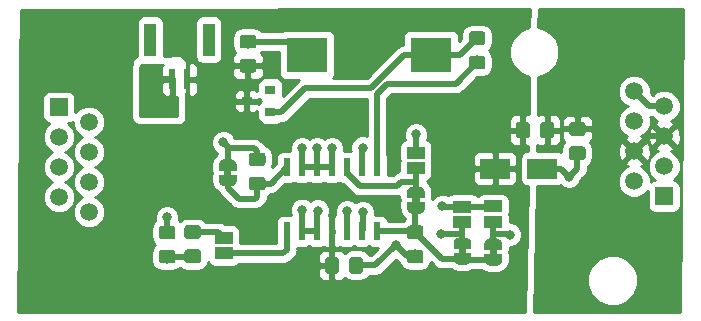
<source format=gbr>
G04 #@! TF.GenerationSoftware,KiCad,Pcbnew,(5.0.0)*
G04 #@! TF.CreationDate,2019-01-08T22:48:22-05:00*
G04 #@! TF.ProjectId,PoE PSE,506F45205053452E6B696361645F7063,rev?*
G04 #@! TF.SameCoordinates,Original*
G04 #@! TF.FileFunction,Copper,L1,Top,Signal*
G04 #@! TF.FilePolarity,Positive*
%FSLAX46Y46*%
G04 Gerber Fmt 4.6, Leading zero omitted, Abs format (unit mm)*
G04 Created by KiCad (PCBNEW (5.0.0)) date 01/08/19 22:48:22*
%MOMM*%
%LPD*%
G01*
G04 APERTURE LIST*
G04 #@! TA.AperFunction,SMDPad,CuDef*
%ADD10R,2.500000X1.700000*%
G04 #@! TD*
G04 #@! TA.AperFunction,SMDPad,CuDef*
%ADD11R,3.500000X3.000000*%
G04 #@! TD*
G04 #@! TA.AperFunction,SMDPad,CuDef*
%ADD12R,0.900000X0.800000*%
G04 #@! TD*
G04 #@! TA.AperFunction,Conductor*
%ADD13C,0.100000*%
G04 #@! TD*
G04 #@! TA.AperFunction,SMDPad,CuDef*
%ADD14C,1.150000*%
G04 #@! TD*
G04 #@! TA.AperFunction,ComponentPad*
%ADD15C,1.500000*%
G04 #@! TD*
G04 #@! TA.AperFunction,ComponentPad*
%ADD16R,1.500000X1.500000*%
G04 #@! TD*
G04 #@! TA.AperFunction,SMDPad,CuDef*
%ADD17R,0.600000X1.700000*%
G04 #@! TD*
G04 #@! TA.AperFunction,SMDPad,CuDef*
%ADD18R,1.000000X2.800000*%
G04 #@! TD*
G04 #@! TA.AperFunction,SMDPad,CuDef*
%ADD19C,0.500000*%
G04 #@! TD*
G04 #@! TA.AperFunction,SMDPad,CuDef*
%ADD20R,1.500000X1.000000*%
G04 #@! TD*
G04 #@! TA.AperFunction,SMDPad,CuDef*
%ADD21R,0.600000X1.500000*%
G04 #@! TD*
G04 #@! TA.AperFunction,ViaPad*
%ADD22C,0.800000*%
G04 #@! TD*
G04 #@! TA.AperFunction,Conductor*
%ADD23C,0.500000*%
G04 #@! TD*
G04 #@! TA.AperFunction,Conductor*
%ADD24C,0.254000*%
G04 #@! TD*
G04 APERTURE END LIST*
D10*
G04 #@! TO.P,D3,1*
G04 #@! TO.N,Net-(C5-Pad2)*
X144113000Y-107315000D03*
G04 #@! TO.P,D3,2*
G04 #@! TO.N,VDD48*
X140113000Y-107315000D03*
G04 #@! TD*
D11*
G04 #@! TO.P,L1,2*
G04 #@! TO.N,Net-(D2-Pad2)*
X134686040Y-97693480D03*
G04 #@! TO.P,L1,1*
G04 #@! TO.N,Net-(D1-Pad1)*
X124186040Y-97693480D03*
G04 #@! TD*
D12*
G04 #@! TO.P,D2,2*
G04 #@! TO.N,Net-(D2-Pad2)*
X121078500Y-102547460D03*
G04 #@! TO.P,D2,3*
G04 #@! TO.N,N/C*
X121078500Y-100647460D03*
G04 #@! TO.P,D2,1*
G04 #@! TO.N,VDD48*
X119078500Y-101597460D03*
G04 #@! TD*
D13*
G04 #@! TO.N,Net-(C1-Pad1)*
G04 #@! TO.C,C1*
G36*
X120449598Y-108008773D02*
X120473866Y-108012373D01*
X120497665Y-108018334D01*
X120520764Y-108026599D01*
X120542943Y-108037089D01*
X120563986Y-108049701D01*
X120583692Y-108064316D01*
X120601870Y-108080792D01*
X120618346Y-108098970D01*
X120632961Y-108118676D01*
X120645573Y-108139719D01*
X120656063Y-108161898D01*
X120664328Y-108184997D01*
X120670289Y-108208796D01*
X120673889Y-108233064D01*
X120675093Y-108257568D01*
X120675093Y-108907570D01*
X120673889Y-108932074D01*
X120670289Y-108956342D01*
X120664328Y-108980141D01*
X120656063Y-109003240D01*
X120645573Y-109025419D01*
X120632961Y-109046462D01*
X120618346Y-109066168D01*
X120601870Y-109084346D01*
X120583692Y-109100822D01*
X120563986Y-109115437D01*
X120542943Y-109128049D01*
X120520764Y-109138539D01*
X120497665Y-109146804D01*
X120473866Y-109152765D01*
X120449598Y-109156365D01*
X120425094Y-109157569D01*
X119525092Y-109157569D01*
X119500588Y-109156365D01*
X119476320Y-109152765D01*
X119452521Y-109146804D01*
X119429422Y-109138539D01*
X119407243Y-109128049D01*
X119386200Y-109115437D01*
X119366494Y-109100822D01*
X119348316Y-109084346D01*
X119331840Y-109066168D01*
X119317225Y-109046462D01*
X119304613Y-109025419D01*
X119294123Y-109003240D01*
X119285858Y-108980141D01*
X119279897Y-108956342D01*
X119276297Y-108932074D01*
X119275093Y-108907570D01*
X119275093Y-108257568D01*
X119276297Y-108233064D01*
X119279897Y-108208796D01*
X119285858Y-108184997D01*
X119294123Y-108161898D01*
X119304613Y-108139719D01*
X119317225Y-108118676D01*
X119331840Y-108098970D01*
X119348316Y-108080792D01*
X119366494Y-108064316D01*
X119386200Y-108049701D01*
X119407243Y-108037089D01*
X119429422Y-108026599D01*
X119452521Y-108018334D01*
X119476320Y-108012373D01*
X119500588Y-108008773D01*
X119525092Y-108007569D01*
X120425094Y-108007569D01*
X120449598Y-108008773D01*
X120449598Y-108008773D01*
G37*
D14*
G04 #@! TD*
G04 #@! TO.P,C1,1*
G04 #@! TO.N,Net-(C1-Pad1)*
X119975093Y-108582569D03*
D13*
G04 #@! TO.N,VSS*
G04 #@! TO.C,C1*
G36*
X120449598Y-105958773D02*
X120473866Y-105962373D01*
X120497665Y-105968334D01*
X120520764Y-105976599D01*
X120542943Y-105987089D01*
X120563986Y-105999701D01*
X120583692Y-106014316D01*
X120601870Y-106030792D01*
X120618346Y-106048970D01*
X120632961Y-106068676D01*
X120645573Y-106089719D01*
X120656063Y-106111898D01*
X120664328Y-106134997D01*
X120670289Y-106158796D01*
X120673889Y-106183064D01*
X120675093Y-106207568D01*
X120675093Y-106857570D01*
X120673889Y-106882074D01*
X120670289Y-106906342D01*
X120664328Y-106930141D01*
X120656063Y-106953240D01*
X120645573Y-106975419D01*
X120632961Y-106996462D01*
X120618346Y-107016168D01*
X120601870Y-107034346D01*
X120583692Y-107050822D01*
X120563986Y-107065437D01*
X120542943Y-107078049D01*
X120520764Y-107088539D01*
X120497665Y-107096804D01*
X120473866Y-107102765D01*
X120449598Y-107106365D01*
X120425094Y-107107569D01*
X119525092Y-107107569D01*
X119500588Y-107106365D01*
X119476320Y-107102765D01*
X119452521Y-107096804D01*
X119429422Y-107088539D01*
X119407243Y-107078049D01*
X119386200Y-107065437D01*
X119366494Y-107050822D01*
X119348316Y-107034346D01*
X119331840Y-107016168D01*
X119317225Y-106996462D01*
X119304613Y-106975419D01*
X119294123Y-106953240D01*
X119285858Y-106930141D01*
X119279897Y-106906342D01*
X119276297Y-106882074D01*
X119275093Y-106857570D01*
X119275093Y-106207568D01*
X119276297Y-106183064D01*
X119279897Y-106158796D01*
X119285858Y-106134997D01*
X119294123Y-106111898D01*
X119304613Y-106089719D01*
X119317225Y-106068676D01*
X119331840Y-106048970D01*
X119348316Y-106030792D01*
X119366494Y-106014316D01*
X119386200Y-105999701D01*
X119407243Y-105987089D01*
X119429422Y-105976599D01*
X119452521Y-105968334D01*
X119476320Y-105962373D01*
X119500588Y-105958773D01*
X119525092Y-105957569D01*
X120425094Y-105957569D01*
X120449598Y-105958773D01*
X120449598Y-105958773D01*
G37*
D14*
G04 #@! TD*
G04 #@! TO.P,C1,2*
G04 #@! TO.N,VSS*
X119975093Y-106532569D03*
D13*
G04 #@! TO.N,VSS*
G04 #@! TO.C,C2*
G36*
X112818705Y-112147484D02*
X112842973Y-112151084D01*
X112866772Y-112157045D01*
X112889871Y-112165310D01*
X112912050Y-112175800D01*
X112933093Y-112188412D01*
X112952799Y-112203027D01*
X112970977Y-112219503D01*
X112987453Y-112237681D01*
X113002068Y-112257387D01*
X113014680Y-112278430D01*
X113025170Y-112300609D01*
X113033435Y-112323708D01*
X113039396Y-112347507D01*
X113042996Y-112371775D01*
X113044200Y-112396279D01*
X113044200Y-113046281D01*
X113042996Y-113070785D01*
X113039396Y-113095053D01*
X113033435Y-113118852D01*
X113025170Y-113141951D01*
X113014680Y-113164130D01*
X113002068Y-113185173D01*
X112987453Y-113204879D01*
X112970977Y-113223057D01*
X112952799Y-113239533D01*
X112933093Y-113254148D01*
X112912050Y-113266760D01*
X112889871Y-113277250D01*
X112866772Y-113285515D01*
X112842973Y-113291476D01*
X112818705Y-113295076D01*
X112794201Y-113296280D01*
X111894199Y-113296280D01*
X111869695Y-113295076D01*
X111845427Y-113291476D01*
X111821628Y-113285515D01*
X111798529Y-113277250D01*
X111776350Y-113266760D01*
X111755307Y-113254148D01*
X111735601Y-113239533D01*
X111717423Y-113223057D01*
X111700947Y-113204879D01*
X111686332Y-113185173D01*
X111673720Y-113164130D01*
X111663230Y-113141951D01*
X111654965Y-113118852D01*
X111649004Y-113095053D01*
X111645404Y-113070785D01*
X111644200Y-113046281D01*
X111644200Y-112396279D01*
X111645404Y-112371775D01*
X111649004Y-112347507D01*
X111654965Y-112323708D01*
X111663230Y-112300609D01*
X111673720Y-112278430D01*
X111686332Y-112257387D01*
X111700947Y-112237681D01*
X111717423Y-112219503D01*
X111735601Y-112203027D01*
X111755307Y-112188412D01*
X111776350Y-112175800D01*
X111798529Y-112165310D01*
X111821628Y-112157045D01*
X111845427Y-112151084D01*
X111869695Y-112147484D01*
X111894199Y-112146280D01*
X112794201Y-112146280D01*
X112818705Y-112147484D01*
X112818705Y-112147484D01*
G37*
D14*
G04 #@! TD*
G04 #@! TO.P,C2,2*
G04 #@! TO.N,VSS*
X112344200Y-112721280D03*
D13*
G04 #@! TO.N,Net-(C2-Pad1)*
G04 #@! TO.C,C2*
G36*
X112818705Y-114197484D02*
X112842973Y-114201084D01*
X112866772Y-114207045D01*
X112889871Y-114215310D01*
X112912050Y-114225800D01*
X112933093Y-114238412D01*
X112952799Y-114253027D01*
X112970977Y-114269503D01*
X112987453Y-114287681D01*
X113002068Y-114307387D01*
X113014680Y-114328430D01*
X113025170Y-114350609D01*
X113033435Y-114373708D01*
X113039396Y-114397507D01*
X113042996Y-114421775D01*
X113044200Y-114446279D01*
X113044200Y-115096281D01*
X113042996Y-115120785D01*
X113039396Y-115145053D01*
X113033435Y-115168852D01*
X113025170Y-115191951D01*
X113014680Y-115214130D01*
X113002068Y-115235173D01*
X112987453Y-115254879D01*
X112970977Y-115273057D01*
X112952799Y-115289533D01*
X112933093Y-115304148D01*
X112912050Y-115316760D01*
X112889871Y-115327250D01*
X112866772Y-115335515D01*
X112842973Y-115341476D01*
X112818705Y-115345076D01*
X112794201Y-115346280D01*
X111894199Y-115346280D01*
X111869695Y-115345076D01*
X111845427Y-115341476D01*
X111821628Y-115335515D01*
X111798529Y-115327250D01*
X111776350Y-115316760D01*
X111755307Y-115304148D01*
X111735601Y-115289533D01*
X111717423Y-115273057D01*
X111700947Y-115254879D01*
X111686332Y-115235173D01*
X111673720Y-115214130D01*
X111663230Y-115191951D01*
X111654965Y-115168852D01*
X111649004Y-115145053D01*
X111645404Y-115120785D01*
X111644200Y-115096281D01*
X111644200Y-114446279D01*
X111645404Y-114421775D01*
X111649004Y-114397507D01*
X111654965Y-114373708D01*
X111663230Y-114350609D01*
X111673720Y-114328430D01*
X111686332Y-114307387D01*
X111700947Y-114287681D01*
X111717423Y-114269503D01*
X111735601Y-114253027D01*
X111755307Y-114238412D01*
X111776350Y-114225800D01*
X111798529Y-114215310D01*
X111821628Y-114207045D01*
X111845427Y-114201084D01*
X111869695Y-114197484D01*
X111894199Y-114196280D01*
X112794201Y-114196280D01*
X112818705Y-114197484D01*
X112818705Y-114197484D01*
G37*
D14*
G04 #@! TD*
G04 #@! TO.P,C2,1*
G04 #@! TO.N,Net-(C2-Pad1)*
X112344200Y-114771280D03*
D13*
G04 #@! TO.N,VDD48*
G04 #@! TO.C,C3*
G36*
X126651005Y-114807704D02*
X126675273Y-114811304D01*
X126699072Y-114817265D01*
X126722171Y-114825530D01*
X126744350Y-114836020D01*
X126765393Y-114848632D01*
X126785099Y-114863247D01*
X126803277Y-114879723D01*
X126819753Y-114897901D01*
X126834368Y-114917607D01*
X126846980Y-114938650D01*
X126857470Y-114960829D01*
X126865735Y-114983928D01*
X126871696Y-115007727D01*
X126875296Y-115031995D01*
X126876500Y-115056499D01*
X126876500Y-115956501D01*
X126875296Y-115981005D01*
X126871696Y-116005273D01*
X126865735Y-116029072D01*
X126857470Y-116052171D01*
X126846980Y-116074350D01*
X126834368Y-116095393D01*
X126819753Y-116115099D01*
X126803277Y-116133277D01*
X126785099Y-116149753D01*
X126765393Y-116164368D01*
X126744350Y-116176980D01*
X126722171Y-116187470D01*
X126699072Y-116195735D01*
X126675273Y-116201696D01*
X126651005Y-116205296D01*
X126626501Y-116206500D01*
X125976499Y-116206500D01*
X125951995Y-116205296D01*
X125927727Y-116201696D01*
X125903928Y-116195735D01*
X125880829Y-116187470D01*
X125858650Y-116176980D01*
X125837607Y-116164368D01*
X125817901Y-116149753D01*
X125799723Y-116133277D01*
X125783247Y-116115099D01*
X125768632Y-116095393D01*
X125756020Y-116074350D01*
X125745530Y-116052171D01*
X125737265Y-116029072D01*
X125731304Y-116005273D01*
X125727704Y-115981005D01*
X125726500Y-115956501D01*
X125726500Y-115056499D01*
X125727704Y-115031995D01*
X125731304Y-115007727D01*
X125737265Y-114983928D01*
X125745530Y-114960829D01*
X125756020Y-114938650D01*
X125768632Y-114917607D01*
X125783247Y-114897901D01*
X125799723Y-114879723D01*
X125817901Y-114863247D01*
X125837607Y-114848632D01*
X125858650Y-114836020D01*
X125880829Y-114825530D01*
X125903928Y-114817265D01*
X125927727Y-114811304D01*
X125951995Y-114807704D01*
X125976499Y-114806500D01*
X126626501Y-114806500D01*
X126651005Y-114807704D01*
X126651005Y-114807704D01*
G37*
D14*
G04 #@! TD*
G04 #@! TO.P,C3,1*
G04 #@! TO.N,VDD48*
X126301500Y-115506500D03*
D13*
G04 #@! TO.N,VSS*
G04 #@! TO.C,C3*
G36*
X128701005Y-114807704D02*
X128725273Y-114811304D01*
X128749072Y-114817265D01*
X128772171Y-114825530D01*
X128794350Y-114836020D01*
X128815393Y-114848632D01*
X128835099Y-114863247D01*
X128853277Y-114879723D01*
X128869753Y-114897901D01*
X128884368Y-114917607D01*
X128896980Y-114938650D01*
X128907470Y-114960829D01*
X128915735Y-114983928D01*
X128921696Y-115007727D01*
X128925296Y-115031995D01*
X128926500Y-115056499D01*
X128926500Y-115956501D01*
X128925296Y-115981005D01*
X128921696Y-116005273D01*
X128915735Y-116029072D01*
X128907470Y-116052171D01*
X128896980Y-116074350D01*
X128884368Y-116095393D01*
X128869753Y-116115099D01*
X128853277Y-116133277D01*
X128835099Y-116149753D01*
X128815393Y-116164368D01*
X128794350Y-116176980D01*
X128772171Y-116187470D01*
X128749072Y-116195735D01*
X128725273Y-116201696D01*
X128701005Y-116205296D01*
X128676501Y-116206500D01*
X128026499Y-116206500D01*
X128001995Y-116205296D01*
X127977727Y-116201696D01*
X127953928Y-116195735D01*
X127930829Y-116187470D01*
X127908650Y-116176980D01*
X127887607Y-116164368D01*
X127867901Y-116149753D01*
X127849723Y-116133277D01*
X127833247Y-116115099D01*
X127818632Y-116095393D01*
X127806020Y-116074350D01*
X127795530Y-116052171D01*
X127787265Y-116029072D01*
X127781304Y-116005273D01*
X127777704Y-115981005D01*
X127776500Y-115956501D01*
X127776500Y-115056499D01*
X127777704Y-115031995D01*
X127781304Y-115007727D01*
X127787265Y-114983928D01*
X127795530Y-114960829D01*
X127806020Y-114938650D01*
X127818632Y-114917607D01*
X127833247Y-114897901D01*
X127849723Y-114879723D01*
X127867901Y-114863247D01*
X127887607Y-114848632D01*
X127908650Y-114836020D01*
X127930829Y-114825530D01*
X127953928Y-114817265D01*
X127977727Y-114811304D01*
X128001995Y-114807704D01*
X128026499Y-114806500D01*
X128676501Y-114806500D01*
X128701005Y-114807704D01*
X128701005Y-114807704D01*
G37*
D14*
G04 #@! TD*
G04 #@! TO.P,C3,2*
G04 #@! TO.N,VSS*
X128351500Y-115506500D03*
D13*
G04 #@! TO.N,VDD5*
G04 #@! TO.C,C4*
G36*
X133824505Y-112129704D02*
X133848773Y-112133304D01*
X133872572Y-112139265D01*
X133895671Y-112147530D01*
X133917850Y-112158020D01*
X133938893Y-112170632D01*
X133958599Y-112185247D01*
X133976777Y-112201723D01*
X133993253Y-112219901D01*
X134007868Y-112239607D01*
X134020480Y-112260650D01*
X134030970Y-112282829D01*
X134039235Y-112305928D01*
X134045196Y-112329727D01*
X134048796Y-112353995D01*
X134050000Y-112378499D01*
X134050000Y-113028501D01*
X134048796Y-113053005D01*
X134045196Y-113077273D01*
X134039235Y-113101072D01*
X134030970Y-113124171D01*
X134020480Y-113146350D01*
X134007868Y-113167393D01*
X133993253Y-113187099D01*
X133976777Y-113205277D01*
X133958599Y-113221753D01*
X133938893Y-113236368D01*
X133917850Y-113248980D01*
X133895671Y-113259470D01*
X133872572Y-113267735D01*
X133848773Y-113273696D01*
X133824505Y-113277296D01*
X133800001Y-113278500D01*
X132899999Y-113278500D01*
X132875495Y-113277296D01*
X132851227Y-113273696D01*
X132827428Y-113267735D01*
X132804329Y-113259470D01*
X132782150Y-113248980D01*
X132761107Y-113236368D01*
X132741401Y-113221753D01*
X132723223Y-113205277D01*
X132706747Y-113187099D01*
X132692132Y-113167393D01*
X132679520Y-113146350D01*
X132669030Y-113124171D01*
X132660765Y-113101072D01*
X132654804Y-113077273D01*
X132651204Y-113053005D01*
X132650000Y-113028501D01*
X132650000Y-112378499D01*
X132651204Y-112353995D01*
X132654804Y-112329727D01*
X132660765Y-112305928D01*
X132669030Y-112282829D01*
X132679520Y-112260650D01*
X132692132Y-112239607D01*
X132706747Y-112219901D01*
X132723223Y-112201723D01*
X132741401Y-112185247D01*
X132761107Y-112170632D01*
X132782150Y-112158020D01*
X132804329Y-112147530D01*
X132827428Y-112139265D01*
X132851227Y-112133304D01*
X132875495Y-112129704D01*
X132899999Y-112128500D01*
X133800001Y-112128500D01*
X133824505Y-112129704D01*
X133824505Y-112129704D01*
G37*
D14*
G04 #@! TD*
G04 #@! TO.P,C4,1*
G04 #@! TO.N,VDD5*
X133350000Y-112703500D03*
D13*
G04 #@! TO.N,VSS*
G04 #@! TO.C,C4*
G36*
X133824505Y-114179704D02*
X133848773Y-114183304D01*
X133872572Y-114189265D01*
X133895671Y-114197530D01*
X133917850Y-114208020D01*
X133938893Y-114220632D01*
X133958599Y-114235247D01*
X133976777Y-114251723D01*
X133993253Y-114269901D01*
X134007868Y-114289607D01*
X134020480Y-114310650D01*
X134030970Y-114332829D01*
X134039235Y-114355928D01*
X134045196Y-114379727D01*
X134048796Y-114403995D01*
X134050000Y-114428499D01*
X134050000Y-115078501D01*
X134048796Y-115103005D01*
X134045196Y-115127273D01*
X134039235Y-115151072D01*
X134030970Y-115174171D01*
X134020480Y-115196350D01*
X134007868Y-115217393D01*
X133993253Y-115237099D01*
X133976777Y-115255277D01*
X133958599Y-115271753D01*
X133938893Y-115286368D01*
X133917850Y-115298980D01*
X133895671Y-115309470D01*
X133872572Y-115317735D01*
X133848773Y-115323696D01*
X133824505Y-115327296D01*
X133800001Y-115328500D01*
X132899999Y-115328500D01*
X132875495Y-115327296D01*
X132851227Y-115323696D01*
X132827428Y-115317735D01*
X132804329Y-115309470D01*
X132782150Y-115298980D01*
X132761107Y-115286368D01*
X132741401Y-115271753D01*
X132723223Y-115255277D01*
X132706747Y-115237099D01*
X132692132Y-115217393D01*
X132679520Y-115196350D01*
X132669030Y-115174171D01*
X132660765Y-115151072D01*
X132654804Y-115127273D01*
X132651204Y-115103005D01*
X132650000Y-115078501D01*
X132650000Y-114428499D01*
X132651204Y-114403995D01*
X132654804Y-114379727D01*
X132660765Y-114355928D01*
X132669030Y-114332829D01*
X132679520Y-114310650D01*
X132692132Y-114289607D01*
X132706747Y-114269901D01*
X132723223Y-114251723D01*
X132741401Y-114235247D01*
X132761107Y-114220632D01*
X132782150Y-114208020D01*
X132804329Y-114197530D01*
X132827428Y-114189265D01*
X132851227Y-114183304D01*
X132875495Y-114179704D01*
X132899999Y-114178500D01*
X133800001Y-114178500D01*
X133824505Y-114179704D01*
X133824505Y-114179704D01*
G37*
D14*
G04 #@! TD*
G04 #@! TO.P,C4,2*
G04 #@! TO.N,VSS*
X133350000Y-114753500D03*
D13*
G04 #@! TO.N,Net-(C5-Pad2)*
G04 #@! TO.C,C5*
G36*
X147545585Y-105437024D02*
X147569853Y-105440624D01*
X147593652Y-105446585D01*
X147616751Y-105454850D01*
X147638930Y-105465340D01*
X147659973Y-105477952D01*
X147679679Y-105492567D01*
X147697857Y-105509043D01*
X147714333Y-105527221D01*
X147728948Y-105546927D01*
X147741560Y-105567970D01*
X147752050Y-105590149D01*
X147760315Y-105613248D01*
X147766276Y-105637047D01*
X147769876Y-105661315D01*
X147771080Y-105685819D01*
X147771080Y-106335821D01*
X147769876Y-106360325D01*
X147766276Y-106384593D01*
X147760315Y-106408392D01*
X147752050Y-106431491D01*
X147741560Y-106453670D01*
X147728948Y-106474713D01*
X147714333Y-106494419D01*
X147697857Y-106512597D01*
X147679679Y-106529073D01*
X147659973Y-106543688D01*
X147638930Y-106556300D01*
X147616751Y-106566790D01*
X147593652Y-106575055D01*
X147569853Y-106581016D01*
X147545585Y-106584616D01*
X147521081Y-106585820D01*
X146621079Y-106585820D01*
X146596575Y-106584616D01*
X146572307Y-106581016D01*
X146548508Y-106575055D01*
X146525409Y-106566790D01*
X146503230Y-106556300D01*
X146482187Y-106543688D01*
X146462481Y-106529073D01*
X146444303Y-106512597D01*
X146427827Y-106494419D01*
X146413212Y-106474713D01*
X146400600Y-106453670D01*
X146390110Y-106431491D01*
X146381845Y-106408392D01*
X146375884Y-106384593D01*
X146372284Y-106360325D01*
X146371080Y-106335821D01*
X146371080Y-105685819D01*
X146372284Y-105661315D01*
X146375884Y-105637047D01*
X146381845Y-105613248D01*
X146390110Y-105590149D01*
X146400600Y-105567970D01*
X146413212Y-105546927D01*
X146427827Y-105527221D01*
X146444303Y-105509043D01*
X146462481Y-105492567D01*
X146482187Y-105477952D01*
X146503230Y-105465340D01*
X146525409Y-105454850D01*
X146548508Y-105446585D01*
X146572307Y-105440624D01*
X146596575Y-105437024D01*
X146621079Y-105435820D01*
X147521081Y-105435820D01*
X147545585Y-105437024D01*
X147545585Y-105437024D01*
G37*
D14*
G04 #@! TD*
G04 #@! TO.P,C5,2*
G04 #@! TO.N,Net-(C5-Pad2)*
X147071080Y-106010820D03*
D13*
G04 #@! TO.N,Net-(C5-Pad1)*
G04 #@! TO.C,C5*
G36*
X147545585Y-103387024D02*
X147569853Y-103390624D01*
X147593652Y-103396585D01*
X147616751Y-103404850D01*
X147638930Y-103415340D01*
X147659973Y-103427952D01*
X147679679Y-103442567D01*
X147697857Y-103459043D01*
X147714333Y-103477221D01*
X147728948Y-103496927D01*
X147741560Y-103517970D01*
X147752050Y-103540149D01*
X147760315Y-103563248D01*
X147766276Y-103587047D01*
X147769876Y-103611315D01*
X147771080Y-103635819D01*
X147771080Y-104285821D01*
X147769876Y-104310325D01*
X147766276Y-104334593D01*
X147760315Y-104358392D01*
X147752050Y-104381491D01*
X147741560Y-104403670D01*
X147728948Y-104424713D01*
X147714333Y-104444419D01*
X147697857Y-104462597D01*
X147679679Y-104479073D01*
X147659973Y-104493688D01*
X147638930Y-104506300D01*
X147616751Y-104516790D01*
X147593652Y-104525055D01*
X147569853Y-104531016D01*
X147545585Y-104534616D01*
X147521081Y-104535820D01*
X146621079Y-104535820D01*
X146596575Y-104534616D01*
X146572307Y-104531016D01*
X146548508Y-104525055D01*
X146525409Y-104516790D01*
X146503230Y-104506300D01*
X146482187Y-104493688D01*
X146462481Y-104479073D01*
X146444303Y-104462597D01*
X146427827Y-104444419D01*
X146413212Y-104424713D01*
X146400600Y-104403670D01*
X146390110Y-104381491D01*
X146381845Y-104358392D01*
X146375884Y-104334593D01*
X146372284Y-104310325D01*
X146371080Y-104285821D01*
X146371080Y-103635819D01*
X146372284Y-103611315D01*
X146375884Y-103587047D01*
X146381845Y-103563248D01*
X146390110Y-103540149D01*
X146400600Y-103517970D01*
X146413212Y-103496927D01*
X146427827Y-103477221D01*
X146444303Y-103459043D01*
X146462481Y-103442567D01*
X146482187Y-103427952D01*
X146503230Y-103415340D01*
X146525409Y-103404850D01*
X146548508Y-103396585D01*
X146572307Y-103390624D01*
X146596575Y-103387024D01*
X146621079Y-103385820D01*
X147521081Y-103385820D01*
X147545585Y-103387024D01*
X147545585Y-103387024D01*
G37*
D14*
G04 #@! TD*
G04 #@! TO.P,C5,1*
G04 #@! TO.N,Net-(C5-Pad1)*
X147071080Y-103960820D03*
D13*
G04 #@! TO.N,Net-(D1-Pad1)*
G04 #@! TO.C,D1*
G36*
X119664005Y-95988004D02*
X119688273Y-95991604D01*
X119712072Y-95997565D01*
X119735171Y-96005830D01*
X119757350Y-96016320D01*
X119778393Y-96028932D01*
X119798099Y-96043547D01*
X119816277Y-96060023D01*
X119832753Y-96078201D01*
X119847368Y-96097907D01*
X119859980Y-96118950D01*
X119870470Y-96141129D01*
X119878735Y-96164228D01*
X119884696Y-96188027D01*
X119888296Y-96212295D01*
X119889500Y-96236799D01*
X119889500Y-96886801D01*
X119888296Y-96911305D01*
X119884696Y-96935573D01*
X119878735Y-96959372D01*
X119870470Y-96982471D01*
X119859980Y-97004650D01*
X119847368Y-97025693D01*
X119832753Y-97045399D01*
X119816277Y-97063577D01*
X119798099Y-97080053D01*
X119778393Y-97094668D01*
X119757350Y-97107280D01*
X119735171Y-97117770D01*
X119712072Y-97126035D01*
X119688273Y-97131996D01*
X119664005Y-97135596D01*
X119639501Y-97136800D01*
X118739499Y-97136800D01*
X118714995Y-97135596D01*
X118690727Y-97131996D01*
X118666928Y-97126035D01*
X118643829Y-97117770D01*
X118621650Y-97107280D01*
X118600607Y-97094668D01*
X118580901Y-97080053D01*
X118562723Y-97063577D01*
X118546247Y-97045399D01*
X118531632Y-97025693D01*
X118519020Y-97004650D01*
X118508530Y-96982471D01*
X118500265Y-96959372D01*
X118494304Y-96935573D01*
X118490704Y-96911305D01*
X118489500Y-96886801D01*
X118489500Y-96236799D01*
X118490704Y-96212295D01*
X118494304Y-96188027D01*
X118500265Y-96164228D01*
X118508530Y-96141129D01*
X118519020Y-96118950D01*
X118531632Y-96097907D01*
X118546247Y-96078201D01*
X118562723Y-96060023D01*
X118580901Y-96043547D01*
X118600607Y-96028932D01*
X118621650Y-96016320D01*
X118643829Y-96005830D01*
X118666928Y-95997565D01*
X118690727Y-95991604D01*
X118714995Y-95988004D01*
X118739499Y-95986800D01*
X119639501Y-95986800D01*
X119664005Y-95988004D01*
X119664005Y-95988004D01*
G37*
D14*
G04 #@! TD*
G04 #@! TO.P,D1,1*
G04 #@! TO.N,Net-(D1-Pad1)*
X119189500Y-96561800D03*
D13*
G04 #@! TO.N,VDD48*
G04 #@! TO.C,D1*
G36*
X119664005Y-98038004D02*
X119688273Y-98041604D01*
X119712072Y-98047565D01*
X119735171Y-98055830D01*
X119757350Y-98066320D01*
X119778393Y-98078932D01*
X119798099Y-98093547D01*
X119816277Y-98110023D01*
X119832753Y-98128201D01*
X119847368Y-98147907D01*
X119859980Y-98168950D01*
X119870470Y-98191129D01*
X119878735Y-98214228D01*
X119884696Y-98238027D01*
X119888296Y-98262295D01*
X119889500Y-98286799D01*
X119889500Y-98936801D01*
X119888296Y-98961305D01*
X119884696Y-98985573D01*
X119878735Y-99009372D01*
X119870470Y-99032471D01*
X119859980Y-99054650D01*
X119847368Y-99075693D01*
X119832753Y-99095399D01*
X119816277Y-99113577D01*
X119798099Y-99130053D01*
X119778393Y-99144668D01*
X119757350Y-99157280D01*
X119735171Y-99167770D01*
X119712072Y-99176035D01*
X119688273Y-99181996D01*
X119664005Y-99185596D01*
X119639501Y-99186800D01*
X118739499Y-99186800D01*
X118714995Y-99185596D01*
X118690727Y-99181996D01*
X118666928Y-99176035D01*
X118643829Y-99167770D01*
X118621650Y-99157280D01*
X118600607Y-99144668D01*
X118580901Y-99130053D01*
X118562723Y-99113577D01*
X118546247Y-99095399D01*
X118531632Y-99075693D01*
X118519020Y-99054650D01*
X118508530Y-99032471D01*
X118500265Y-99009372D01*
X118494304Y-98985573D01*
X118490704Y-98961305D01*
X118489500Y-98936801D01*
X118489500Y-98286799D01*
X118490704Y-98262295D01*
X118494304Y-98238027D01*
X118500265Y-98214228D01*
X118508530Y-98191129D01*
X118519020Y-98168950D01*
X118531632Y-98147907D01*
X118546247Y-98128201D01*
X118562723Y-98110023D01*
X118580901Y-98093547D01*
X118600607Y-98078932D01*
X118621650Y-98066320D01*
X118643829Y-98055830D01*
X118666928Y-98047565D01*
X118690727Y-98041604D01*
X118714995Y-98038004D01*
X118739499Y-98036800D01*
X119639501Y-98036800D01*
X119664005Y-98038004D01*
X119664005Y-98038004D01*
G37*
D14*
G04 #@! TD*
G04 #@! TO.P,D1,2*
G04 #@! TO.N,VDD48*
X119189500Y-98611800D03*
D13*
G04 #@! TO.N,Net-(C5-Pad1)*
G04 #@! TO.C,F1*
G36*
X144866725Y-103357384D02*
X144890993Y-103360984D01*
X144914792Y-103366945D01*
X144937891Y-103375210D01*
X144960070Y-103385700D01*
X144981113Y-103398312D01*
X145000819Y-103412927D01*
X145018997Y-103429403D01*
X145035473Y-103447581D01*
X145050088Y-103467287D01*
X145062700Y-103488330D01*
X145073190Y-103510509D01*
X145081455Y-103533608D01*
X145087416Y-103557407D01*
X145091016Y-103581675D01*
X145092220Y-103606179D01*
X145092220Y-104506181D01*
X145091016Y-104530685D01*
X145087416Y-104554953D01*
X145081455Y-104578752D01*
X145073190Y-104601851D01*
X145062700Y-104624030D01*
X145050088Y-104645073D01*
X145035473Y-104664779D01*
X145018997Y-104682957D01*
X145000819Y-104699433D01*
X144981113Y-104714048D01*
X144960070Y-104726660D01*
X144937891Y-104737150D01*
X144914792Y-104745415D01*
X144890993Y-104751376D01*
X144866725Y-104754976D01*
X144842221Y-104756180D01*
X144192219Y-104756180D01*
X144167715Y-104754976D01*
X144143447Y-104751376D01*
X144119648Y-104745415D01*
X144096549Y-104737150D01*
X144074370Y-104726660D01*
X144053327Y-104714048D01*
X144033621Y-104699433D01*
X144015443Y-104682957D01*
X143998967Y-104664779D01*
X143984352Y-104645073D01*
X143971740Y-104624030D01*
X143961250Y-104601851D01*
X143952985Y-104578752D01*
X143947024Y-104554953D01*
X143943424Y-104530685D01*
X143942220Y-104506181D01*
X143942220Y-103606179D01*
X143943424Y-103581675D01*
X143947024Y-103557407D01*
X143952985Y-103533608D01*
X143961250Y-103510509D01*
X143971740Y-103488330D01*
X143984352Y-103467287D01*
X143998967Y-103447581D01*
X144015443Y-103429403D01*
X144033621Y-103412927D01*
X144053327Y-103398312D01*
X144074370Y-103385700D01*
X144096549Y-103375210D01*
X144119648Y-103366945D01*
X144143447Y-103360984D01*
X144167715Y-103357384D01*
X144192219Y-103356180D01*
X144842221Y-103356180D01*
X144866725Y-103357384D01*
X144866725Y-103357384D01*
G37*
D14*
G04 #@! TD*
G04 #@! TO.P,F1,1*
G04 #@! TO.N,Net-(C5-Pad1)*
X144517220Y-104056180D03*
D13*
G04 #@! TO.N,VDD48*
G04 #@! TO.C,F1*
G36*
X142816725Y-103357384D02*
X142840993Y-103360984D01*
X142864792Y-103366945D01*
X142887891Y-103375210D01*
X142910070Y-103385700D01*
X142931113Y-103398312D01*
X142950819Y-103412927D01*
X142968997Y-103429403D01*
X142985473Y-103447581D01*
X143000088Y-103467287D01*
X143012700Y-103488330D01*
X143023190Y-103510509D01*
X143031455Y-103533608D01*
X143037416Y-103557407D01*
X143041016Y-103581675D01*
X143042220Y-103606179D01*
X143042220Y-104506181D01*
X143041016Y-104530685D01*
X143037416Y-104554953D01*
X143031455Y-104578752D01*
X143023190Y-104601851D01*
X143012700Y-104624030D01*
X143000088Y-104645073D01*
X142985473Y-104664779D01*
X142968997Y-104682957D01*
X142950819Y-104699433D01*
X142931113Y-104714048D01*
X142910070Y-104726660D01*
X142887891Y-104737150D01*
X142864792Y-104745415D01*
X142840993Y-104751376D01*
X142816725Y-104754976D01*
X142792221Y-104756180D01*
X142142219Y-104756180D01*
X142117715Y-104754976D01*
X142093447Y-104751376D01*
X142069648Y-104745415D01*
X142046549Y-104737150D01*
X142024370Y-104726660D01*
X142003327Y-104714048D01*
X141983621Y-104699433D01*
X141965443Y-104682957D01*
X141948967Y-104664779D01*
X141934352Y-104645073D01*
X141921740Y-104624030D01*
X141911250Y-104601851D01*
X141902985Y-104578752D01*
X141897024Y-104554953D01*
X141893424Y-104530685D01*
X141892220Y-104506181D01*
X141892220Y-103606179D01*
X141893424Y-103581675D01*
X141897024Y-103557407D01*
X141902985Y-103533608D01*
X141911250Y-103510509D01*
X141921740Y-103488330D01*
X141934352Y-103467287D01*
X141948967Y-103447581D01*
X141965443Y-103429403D01*
X141983621Y-103412927D01*
X142003327Y-103398312D01*
X142024370Y-103385700D01*
X142046549Y-103375210D01*
X142069648Y-103366945D01*
X142093447Y-103360984D01*
X142117715Y-103357384D01*
X142142219Y-103356180D01*
X142792221Y-103356180D01*
X142816725Y-103357384D01*
X142816725Y-103357384D01*
G37*
D14*
G04 #@! TD*
G04 #@! TO.P,F1,2*
G04 #@! TO.N,VDD48*
X142467220Y-104056180D03*
D15*
G04 #@! TO.P,J1,8*
G04 #@! TO.N,Net-(J1-Pad8)*
X105727500Y-110998000D03*
G04 #@! TO.P,J1,7*
G04 #@! TO.N,Net-(J1-Pad7)*
X103187500Y-109728000D03*
G04 #@! TO.P,J1,6*
G04 #@! TO.N,ETH6*
X105727500Y-108458000D03*
G04 #@! TO.P,J1,5*
G04 #@! TO.N,Net-(J1-Pad5)*
X103187500Y-107188000D03*
G04 #@! TO.P,J1,4*
G04 #@! TO.N,Net-(J1-Pad4)*
X105727500Y-105918000D03*
G04 #@! TO.P,J1,3*
G04 #@! TO.N,ETH3*
X103187500Y-104648000D03*
G04 #@! TO.P,J1,2*
G04 #@! TO.N,ETH2*
X105727500Y-103378000D03*
D16*
G04 #@! TO.P,J1,1*
G04 #@! TO.N,ETH1*
X103187500Y-102108000D03*
G04 #@! TD*
D17*
G04 #@! TO.P,J2,1*
G04 #@! TO.N,VSS*
X112765680Y-99750160D03*
G04 #@! TO.P,J2,2*
G04 #@! TO.N,VDD48*
X114015680Y-99750160D03*
D18*
G04 #@! TO.P,J2,MP*
G04 #@! TO.N,N/C*
X110915680Y-96400160D03*
X115865680Y-96400160D03*
G04 #@! TD*
D16*
G04 #@! TO.P,J3,1*
G04 #@! TO.N,ETH1*
X154432000Y-109664500D03*
D15*
G04 #@! TO.P,J3,2*
G04 #@! TO.N,ETH2*
X151892000Y-108394500D03*
G04 #@! TO.P,J3,3*
G04 #@! TO.N,ETH3*
X154432000Y-107124500D03*
G04 #@! TO.P,J3,4*
G04 #@! TO.N,Net-(C5-Pad1)*
X151892000Y-105854500D03*
G04 #@! TO.P,J3,5*
X154432000Y-104584500D03*
G04 #@! TO.P,J3,6*
G04 #@! TO.N,ETH6*
X151892000Y-103314500D03*
G04 #@! TO.P,J3,7*
G04 #@! TO.N,Net-(C5-Pad2)*
X154432000Y-102044500D03*
G04 #@! TO.P,J3,8*
X151892000Y-100774500D03*
G04 #@! TD*
D19*
G04 #@! TO.P,JP1,2*
G04 #@! TO.N,Net-(JP1-Pad2)*
X133413500Y-109332000D03*
D13*
G04 #@! TD*
G04 #@! TO.N,Net-(JP1-Pad2)*
G04 #@! TO.C,JP1*
G36*
X132664102Y-109332000D02*
X132664102Y-109307466D01*
X132668912Y-109258635D01*
X132678484Y-109210510D01*
X132692728Y-109163555D01*
X132711505Y-109118222D01*
X132734636Y-109074949D01*
X132761896Y-109034150D01*
X132793024Y-108996221D01*
X132827721Y-108961524D01*
X132865650Y-108930396D01*
X132906449Y-108903136D01*
X132949722Y-108880005D01*
X132995055Y-108861228D01*
X133042010Y-108846984D01*
X133090135Y-108837412D01*
X133138966Y-108832602D01*
X133163500Y-108832602D01*
X133163500Y-108832000D01*
X133663500Y-108832000D01*
X133663500Y-108832602D01*
X133688034Y-108832602D01*
X133736865Y-108837412D01*
X133784990Y-108846984D01*
X133831945Y-108861228D01*
X133877278Y-108880005D01*
X133920551Y-108903136D01*
X133961350Y-108930396D01*
X133999279Y-108961524D01*
X134033976Y-108996221D01*
X134065104Y-109034150D01*
X134092364Y-109074949D01*
X134115495Y-109118222D01*
X134134272Y-109163555D01*
X134148516Y-109210510D01*
X134158088Y-109258635D01*
X134162898Y-109307466D01*
X134162898Y-109332000D01*
X134163500Y-109332000D01*
X134163500Y-109832000D01*
X132663500Y-109832000D01*
X132663500Y-109332000D01*
X132664102Y-109332000D01*
X132664102Y-109332000D01*
G37*
D19*
G04 #@! TO.P,JP1,1*
G04 #@! TO.N,VDD5*
X133413500Y-110632000D03*
D13*
G04 #@! TD*
G04 #@! TO.N,VDD5*
G04 #@! TO.C,JP1*
G36*
X133113500Y-110132000D02*
X133113500Y-109732000D01*
X133713500Y-109732000D01*
X133713500Y-110132000D01*
X134163500Y-110132000D01*
X134163500Y-110632000D01*
X134162898Y-110632000D01*
X134162898Y-110656534D01*
X134158088Y-110705365D01*
X134148516Y-110753490D01*
X134134272Y-110800445D01*
X134115495Y-110845778D01*
X134092364Y-110889051D01*
X134065104Y-110929850D01*
X134033976Y-110967779D01*
X133999279Y-111002476D01*
X133961350Y-111033604D01*
X133920551Y-111060864D01*
X133877278Y-111083995D01*
X133831945Y-111102772D01*
X133784990Y-111117016D01*
X133736865Y-111126588D01*
X133688034Y-111131398D01*
X133663500Y-111131398D01*
X133663500Y-111132000D01*
X133163500Y-111132000D01*
X133163500Y-111131398D01*
X133138966Y-111131398D01*
X133090135Y-111126588D01*
X133042010Y-111117016D01*
X132995055Y-111102772D01*
X132949722Y-111083995D01*
X132906449Y-111060864D01*
X132865650Y-111033604D01*
X132827721Y-111002476D01*
X132793024Y-110967779D01*
X132761896Y-110929850D01*
X132734636Y-110889051D01*
X132711505Y-110845778D01*
X132692728Y-110800445D01*
X132678484Y-110753490D01*
X132668912Y-110705365D01*
X132664102Y-110656534D01*
X132664102Y-110632000D01*
X132663500Y-110632000D01*
X132663500Y-110132000D01*
X133113500Y-110132000D01*
X133113500Y-110132000D01*
G37*
D20*
G04 #@! TO.P,JP2,2*
G04 #@! TO.N,VSS*
X133413500Y-105966500D03*
G04 #@! TO.P,JP2,1*
G04 #@! TO.N,Net-(JP1-Pad2)*
X133413500Y-107266500D03*
G04 #@! TD*
D19*
G04 #@! TO.P,JP3,1*
G04 #@! TO.N,Net-(C1-Pad1)*
X117483093Y-108315569D03*
D13*
G04 #@! TD*
G04 #@! TO.N,Net-(C1-Pad1)*
G04 #@! TO.C,JP3*
G36*
X117183093Y-107815569D02*
X117183093Y-107415569D01*
X117783093Y-107415569D01*
X117783093Y-107815569D01*
X118233093Y-107815569D01*
X118233093Y-108315569D01*
X118232491Y-108315569D01*
X118232491Y-108340103D01*
X118227681Y-108388934D01*
X118218109Y-108437059D01*
X118203865Y-108484014D01*
X118185088Y-108529347D01*
X118161957Y-108572620D01*
X118134697Y-108613419D01*
X118103569Y-108651348D01*
X118068872Y-108686045D01*
X118030943Y-108717173D01*
X117990144Y-108744433D01*
X117946871Y-108767564D01*
X117901538Y-108786341D01*
X117854583Y-108800585D01*
X117806458Y-108810157D01*
X117757627Y-108814967D01*
X117733093Y-108814967D01*
X117733093Y-108815569D01*
X117233093Y-108815569D01*
X117233093Y-108814967D01*
X117208559Y-108814967D01*
X117159728Y-108810157D01*
X117111603Y-108800585D01*
X117064648Y-108786341D01*
X117019315Y-108767564D01*
X116976042Y-108744433D01*
X116935243Y-108717173D01*
X116897314Y-108686045D01*
X116862617Y-108651348D01*
X116831489Y-108613419D01*
X116804229Y-108572620D01*
X116781098Y-108529347D01*
X116762321Y-108484014D01*
X116748077Y-108437059D01*
X116738505Y-108388934D01*
X116733695Y-108340103D01*
X116733695Y-108315569D01*
X116733093Y-108315569D01*
X116733093Y-107815569D01*
X117183093Y-107815569D01*
X117183093Y-107815569D01*
G37*
D19*
G04 #@! TO.P,JP3,2*
G04 #@! TO.N,VSS*
X117483093Y-107015569D03*
D13*
G04 #@! TD*
G04 #@! TO.N,VSS*
G04 #@! TO.C,JP3*
G36*
X116733695Y-107015569D02*
X116733695Y-106991035D01*
X116738505Y-106942204D01*
X116748077Y-106894079D01*
X116762321Y-106847124D01*
X116781098Y-106801791D01*
X116804229Y-106758518D01*
X116831489Y-106717719D01*
X116862617Y-106679790D01*
X116897314Y-106645093D01*
X116935243Y-106613965D01*
X116976042Y-106586705D01*
X117019315Y-106563574D01*
X117064648Y-106544797D01*
X117111603Y-106530553D01*
X117159728Y-106520981D01*
X117208559Y-106516171D01*
X117233093Y-106516171D01*
X117233093Y-106515569D01*
X117733093Y-106515569D01*
X117733093Y-106516171D01*
X117757627Y-106516171D01*
X117806458Y-106520981D01*
X117854583Y-106530553D01*
X117901538Y-106544797D01*
X117946871Y-106563574D01*
X117990144Y-106586705D01*
X118030943Y-106613965D01*
X118068872Y-106645093D01*
X118103569Y-106679790D01*
X118134697Y-106717719D01*
X118161957Y-106758518D01*
X118185088Y-106801791D01*
X118203865Y-106847124D01*
X118218109Y-106894079D01*
X118227681Y-106942204D01*
X118232491Y-106991035D01*
X118232491Y-107015569D01*
X118233093Y-107015569D01*
X118233093Y-107515569D01*
X116733093Y-107515569D01*
X116733093Y-107015569D01*
X116733695Y-107015569D01*
X116733695Y-107015569D01*
G37*
D20*
G04 #@! TO.P,JP4,1*
G04 #@! TO.N,Net-(JP4-Pad1)*
X117144800Y-114485180D03*
G04 #@! TO.P,JP4,2*
G04 #@! TO.N,Net-(JP4-Pad2)*
X117144800Y-113185180D03*
G04 #@! TD*
D19*
G04 #@! TO.P,JP5,1*
G04 #@! TO.N,VDD5*
X139955866Y-115027927D03*
D13*
G04 #@! TD*
G04 #@! TO.N,VDD5*
G04 #@! TO.C,JP5*
G36*
X139655866Y-114527927D02*
X139655866Y-114127927D01*
X140255866Y-114127927D01*
X140255866Y-114527927D01*
X140705866Y-114527927D01*
X140705866Y-115027927D01*
X140705264Y-115027927D01*
X140705264Y-115052461D01*
X140700454Y-115101292D01*
X140690882Y-115149417D01*
X140676638Y-115196372D01*
X140657861Y-115241705D01*
X140634730Y-115284978D01*
X140607470Y-115325777D01*
X140576342Y-115363706D01*
X140541645Y-115398403D01*
X140503716Y-115429531D01*
X140462917Y-115456791D01*
X140419644Y-115479922D01*
X140374311Y-115498699D01*
X140327356Y-115512943D01*
X140279231Y-115522515D01*
X140230400Y-115527325D01*
X140205866Y-115527325D01*
X140205866Y-115527927D01*
X139705866Y-115527927D01*
X139705866Y-115527325D01*
X139681332Y-115527325D01*
X139632501Y-115522515D01*
X139584376Y-115512943D01*
X139537421Y-115498699D01*
X139492088Y-115479922D01*
X139448815Y-115456791D01*
X139408016Y-115429531D01*
X139370087Y-115398403D01*
X139335390Y-115363706D01*
X139304262Y-115325777D01*
X139277002Y-115284978D01*
X139253871Y-115241705D01*
X139235094Y-115196372D01*
X139220850Y-115149417D01*
X139211278Y-115101292D01*
X139206468Y-115052461D01*
X139206468Y-115027927D01*
X139205866Y-115027927D01*
X139205866Y-114527927D01*
X139655866Y-114527927D01*
X139655866Y-114527927D01*
G37*
D19*
G04 #@! TO.P,JP5,2*
G04 #@! TO.N,Net-(JP5-Pad2)*
X139955866Y-113727927D03*
D13*
G04 #@! TD*
G04 #@! TO.N,Net-(JP5-Pad2)*
G04 #@! TO.C,JP5*
G36*
X139206468Y-113727927D02*
X139206468Y-113703393D01*
X139211278Y-113654562D01*
X139220850Y-113606437D01*
X139235094Y-113559482D01*
X139253871Y-113514149D01*
X139277002Y-113470876D01*
X139304262Y-113430077D01*
X139335390Y-113392148D01*
X139370087Y-113357451D01*
X139408016Y-113326323D01*
X139448815Y-113299063D01*
X139492088Y-113275932D01*
X139537421Y-113257155D01*
X139584376Y-113242911D01*
X139632501Y-113233339D01*
X139681332Y-113228529D01*
X139705866Y-113228529D01*
X139705866Y-113227927D01*
X140205866Y-113227927D01*
X140205866Y-113228529D01*
X140230400Y-113228529D01*
X140279231Y-113233339D01*
X140327356Y-113242911D01*
X140374311Y-113257155D01*
X140419644Y-113275932D01*
X140462917Y-113299063D01*
X140503716Y-113326323D01*
X140541645Y-113357451D01*
X140576342Y-113392148D01*
X140607470Y-113430077D01*
X140634730Y-113470876D01*
X140657861Y-113514149D01*
X140676638Y-113559482D01*
X140690882Y-113606437D01*
X140700454Y-113654562D01*
X140705264Y-113703393D01*
X140705264Y-113727927D01*
X140705866Y-113727927D01*
X140705866Y-114227927D01*
X139205866Y-114227927D01*
X139205866Y-113727927D01*
X139206468Y-113727927D01*
X139206468Y-113727927D01*
G37*
D20*
G04 #@! TO.P,JP6,1*
G04 #@! TO.N,Net-(JP5-Pad2)*
X139955866Y-111822927D03*
G04 #@! TO.P,JP6,2*
G04 #@! TO.N,VSS*
X139955866Y-110522927D03*
G04 #@! TD*
D19*
G04 #@! TO.P,JP7,2*
G04 #@! TO.N,Net-(JP7-Pad2)*
X137352366Y-113649427D03*
D13*
G04 #@! TD*
G04 #@! TO.N,Net-(JP7-Pad2)*
G04 #@! TO.C,JP7*
G36*
X136602968Y-113649427D02*
X136602968Y-113624893D01*
X136607778Y-113576062D01*
X136617350Y-113527937D01*
X136631594Y-113480982D01*
X136650371Y-113435649D01*
X136673502Y-113392376D01*
X136700762Y-113351577D01*
X136731890Y-113313648D01*
X136766587Y-113278951D01*
X136804516Y-113247823D01*
X136845315Y-113220563D01*
X136888588Y-113197432D01*
X136933921Y-113178655D01*
X136980876Y-113164411D01*
X137029001Y-113154839D01*
X137077832Y-113150029D01*
X137102366Y-113150029D01*
X137102366Y-113149427D01*
X137602366Y-113149427D01*
X137602366Y-113150029D01*
X137626900Y-113150029D01*
X137675731Y-113154839D01*
X137723856Y-113164411D01*
X137770811Y-113178655D01*
X137816144Y-113197432D01*
X137859417Y-113220563D01*
X137900216Y-113247823D01*
X137938145Y-113278951D01*
X137972842Y-113313648D01*
X138003970Y-113351577D01*
X138031230Y-113392376D01*
X138054361Y-113435649D01*
X138073138Y-113480982D01*
X138087382Y-113527937D01*
X138096954Y-113576062D01*
X138101764Y-113624893D01*
X138101764Y-113649427D01*
X138102366Y-113649427D01*
X138102366Y-114149427D01*
X136602366Y-114149427D01*
X136602366Y-113649427D01*
X136602968Y-113649427D01*
X136602968Y-113649427D01*
G37*
D19*
G04 #@! TO.P,JP7,1*
G04 #@! TO.N,VDD5*
X137352366Y-114949427D03*
D13*
G04 #@! TD*
G04 #@! TO.N,VDD5*
G04 #@! TO.C,JP7*
G36*
X137052366Y-114449427D02*
X137052366Y-114049427D01*
X137652366Y-114049427D01*
X137652366Y-114449427D01*
X138102366Y-114449427D01*
X138102366Y-114949427D01*
X138101764Y-114949427D01*
X138101764Y-114973961D01*
X138096954Y-115022792D01*
X138087382Y-115070917D01*
X138073138Y-115117872D01*
X138054361Y-115163205D01*
X138031230Y-115206478D01*
X138003970Y-115247277D01*
X137972842Y-115285206D01*
X137938145Y-115319903D01*
X137900216Y-115351031D01*
X137859417Y-115378291D01*
X137816144Y-115401422D01*
X137770811Y-115420199D01*
X137723856Y-115434443D01*
X137675731Y-115444015D01*
X137626900Y-115448825D01*
X137602366Y-115448825D01*
X137602366Y-115449427D01*
X137102366Y-115449427D01*
X137102366Y-115448825D01*
X137077832Y-115448825D01*
X137029001Y-115444015D01*
X136980876Y-115434443D01*
X136933921Y-115420199D01*
X136888588Y-115401422D01*
X136845315Y-115378291D01*
X136804516Y-115351031D01*
X136766587Y-115319903D01*
X136731890Y-115285206D01*
X136700762Y-115247277D01*
X136673502Y-115206478D01*
X136650371Y-115163205D01*
X136631594Y-115117872D01*
X136617350Y-115070917D01*
X136607778Y-115022792D01*
X136602968Y-114973961D01*
X136602968Y-114949427D01*
X136602366Y-114949427D01*
X136602366Y-114449427D01*
X137052366Y-114449427D01*
X137052366Y-114449427D01*
G37*
D20*
G04 #@! TO.P,JP8,2*
G04 #@! TO.N,VSS*
X137352366Y-110537927D03*
G04 #@! TO.P,JP8,1*
G04 #@! TO.N,Net-(JP7-Pad2)*
X137352366Y-111837927D03*
G04 #@! TD*
D13*
G04 #@! TO.N,Net-(D2-Pad2)*
G04 #@! TO.C,R1*
G36*
X139067065Y-95703524D02*
X139091333Y-95707124D01*
X139115132Y-95713085D01*
X139138231Y-95721350D01*
X139160410Y-95731840D01*
X139181453Y-95744452D01*
X139201159Y-95759067D01*
X139219337Y-95775543D01*
X139235813Y-95793721D01*
X139250428Y-95813427D01*
X139263040Y-95834470D01*
X139273530Y-95856649D01*
X139281795Y-95879748D01*
X139287756Y-95903547D01*
X139291356Y-95927815D01*
X139292560Y-95952319D01*
X139292560Y-96602321D01*
X139291356Y-96626825D01*
X139287756Y-96651093D01*
X139281795Y-96674892D01*
X139273530Y-96697991D01*
X139263040Y-96720170D01*
X139250428Y-96741213D01*
X139235813Y-96760919D01*
X139219337Y-96779097D01*
X139201159Y-96795573D01*
X139181453Y-96810188D01*
X139160410Y-96822800D01*
X139138231Y-96833290D01*
X139115132Y-96841555D01*
X139091333Y-96847516D01*
X139067065Y-96851116D01*
X139042561Y-96852320D01*
X138142559Y-96852320D01*
X138118055Y-96851116D01*
X138093787Y-96847516D01*
X138069988Y-96841555D01*
X138046889Y-96833290D01*
X138024710Y-96822800D01*
X138003667Y-96810188D01*
X137983961Y-96795573D01*
X137965783Y-96779097D01*
X137949307Y-96760919D01*
X137934692Y-96741213D01*
X137922080Y-96720170D01*
X137911590Y-96697991D01*
X137903325Y-96674892D01*
X137897364Y-96651093D01*
X137893764Y-96626825D01*
X137892560Y-96602321D01*
X137892560Y-95952319D01*
X137893764Y-95927815D01*
X137897364Y-95903547D01*
X137903325Y-95879748D01*
X137911590Y-95856649D01*
X137922080Y-95834470D01*
X137934692Y-95813427D01*
X137949307Y-95793721D01*
X137965783Y-95775543D01*
X137983961Y-95759067D01*
X138003667Y-95744452D01*
X138024710Y-95731840D01*
X138046889Y-95721350D01*
X138069988Y-95713085D01*
X138093787Y-95707124D01*
X138118055Y-95703524D01*
X138142559Y-95702320D01*
X139042561Y-95702320D01*
X139067065Y-95703524D01*
X139067065Y-95703524D01*
G37*
D14*
G04 #@! TD*
G04 #@! TO.P,R1,1*
G04 #@! TO.N,Net-(D2-Pad2)*
X138592560Y-96277320D03*
D13*
G04 #@! TO.N,Net-(R1-Pad2)*
G04 #@! TO.C,R1*
G36*
X139067065Y-97753524D02*
X139091333Y-97757124D01*
X139115132Y-97763085D01*
X139138231Y-97771350D01*
X139160410Y-97781840D01*
X139181453Y-97794452D01*
X139201159Y-97809067D01*
X139219337Y-97825543D01*
X139235813Y-97843721D01*
X139250428Y-97863427D01*
X139263040Y-97884470D01*
X139273530Y-97906649D01*
X139281795Y-97929748D01*
X139287756Y-97953547D01*
X139291356Y-97977815D01*
X139292560Y-98002319D01*
X139292560Y-98652321D01*
X139291356Y-98676825D01*
X139287756Y-98701093D01*
X139281795Y-98724892D01*
X139273530Y-98747991D01*
X139263040Y-98770170D01*
X139250428Y-98791213D01*
X139235813Y-98810919D01*
X139219337Y-98829097D01*
X139201159Y-98845573D01*
X139181453Y-98860188D01*
X139160410Y-98872800D01*
X139138231Y-98883290D01*
X139115132Y-98891555D01*
X139091333Y-98897516D01*
X139067065Y-98901116D01*
X139042561Y-98902320D01*
X138142559Y-98902320D01*
X138118055Y-98901116D01*
X138093787Y-98897516D01*
X138069988Y-98891555D01*
X138046889Y-98883290D01*
X138024710Y-98872800D01*
X138003667Y-98860188D01*
X137983961Y-98845573D01*
X137965783Y-98829097D01*
X137949307Y-98810919D01*
X137934692Y-98791213D01*
X137922080Y-98770170D01*
X137911590Y-98747991D01*
X137903325Y-98724892D01*
X137897364Y-98701093D01*
X137893764Y-98676825D01*
X137892560Y-98652321D01*
X137892560Y-98002319D01*
X137893764Y-97977815D01*
X137897364Y-97953547D01*
X137903325Y-97929748D01*
X137911590Y-97906649D01*
X137922080Y-97884470D01*
X137934692Y-97863427D01*
X137949307Y-97843721D01*
X137965783Y-97825543D01*
X137983961Y-97809067D01*
X138003667Y-97794452D01*
X138024710Y-97781840D01*
X138046889Y-97771350D01*
X138069988Y-97763085D01*
X138093787Y-97757124D01*
X138118055Y-97753524D01*
X138142559Y-97752320D01*
X139042561Y-97752320D01*
X139067065Y-97753524D01*
X139067065Y-97753524D01*
G37*
D14*
G04 #@! TD*
G04 #@! TO.P,R1,2*
G04 #@! TO.N,Net-(R1-Pad2)*
X138592560Y-98327320D03*
D13*
G04 #@! TO.N,Net-(C2-Pad1)*
G04 #@! TO.C,R2*
G36*
X114980245Y-114158004D02*
X115004513Y-114161604D01*
X115028312Y-114167565D01*
X115051411Y-114175830D01*
X115073590Y-114186320D01*
X115094633Y-114198932D01*
X115114339Y-114213547D01*
X115132517Y-114230023D01*
X115148993Y-114248201D01*
X115163608Y-114267907D01*
X115176220Y-114288950D01*
X115186710Y-114311129D01*
X115194975Y-114334228D01*
X115200936Y-114358027D01*
X115204536Y-114382295D01*
X115205740Y-114406799D01*
X115205740Y-115056801D01*
X115204536Y-115081305D01*
X115200936Y-115105573D01*
X115194975Y-115129372D01*
X115186710Y-115152471D01*
X115176220Y-115174650D01*
X115163608Y-115195693D01*
X115148993Y-115215399D01*
X115132517Y-115233577D01*
X115114339Y-115250053D01*
X115094633Y-115264668D01*
X115073590Y-115277280D01*
X115051411Y-115287770D01*
X115028312Y-115296035D01*
X115004513Y-115301996D01*
X114980245Y-115305596D01*
X114955741Y-115306800D01*
X114055739Y-115306800D01*
X114031235Y-115305596D01*
X114006967Y-115301996D01*
X113983168Y-115296035D01*
X113960069Y-115287770D01*
X113937890Y-115277280D01*
X113916847Y-115264668D01*
X113897141Y-115250053D01*
X113878963Y-115233577D01*
X113862487Y-115215399D01*
X113847872Y-115195693D01*
X113835260Y-115174650D01*
X113824770Y-115152471D01*
X113816505Y-115129372D01*
X113810544Y-115105573D01*
X113806944Y-115081305D01*
X113805740Y-115056801D01*
X113805740Y-114406799D01*
X113806944Y-114382295D01*
X113810544Y-114358027D01*
X113816505Y-114334228D01*
X113824770Y-114311129D01*
X113835260Y-114288950D01*
X113847872Y-114267907D01*
X113862487Y-114248201D01*
X113878963Y-114230023D01*
X113897141Y-114213547D01*
X113916847Y-114198932D01*
X113937890Y-114186320D01*
X113960069Y-114175830D01*
X113983168Y-114167565D01*
X114006967Y-114161604D01*
X114031235Y-114158004D01*
X114055739Y-114156800D01*
X114955741Y-114156800D01*
X114980245Y-114158004D01*
X114980245Y-114158004D01*
G37*
D14*
G04 #@! TD*
G04 #@! TO.P,R2,2*
G04 #@! TO.N,Net-(C2-Pad1)*
X114505740Y-114731800D03*
D13*
G04 #@! TO.N,Net-(JP4-Pad2)*
G04 #@! TO.C,R2*
G36*
X114980245Y-112108004D02*
X115004513Y-112111604D01*
X115028312Y-112117565D01*
X115051411Y-112125830D01*
X115073590Y-112136320D01*
X115094633Y-112148932D01*
X115114339Y-112163547D01*
X115132517Y-112180023D01*
X115148993Y-112198201D01*
X115163608Y-112217907D01*
X115176220Y-112238950D01*
X115186710Y-112261129D01*
X115194975Y-112284228D01*
X115200936Y-112308027D01*
X115204536Y-112332295D01*
X115205740Y-112356799D01*
X115205740Y-113006801D01*
X115204536Y-113031305D01*
X115200936Y-113055573D01*
X115194975Y-113079372D01*
X115186710Y-113102471D01*
X115176220Y-113124650D01*
X115163608Y-113145693D01*
X115148993Y-113165399D01*
X115132517Y-113183577D01*
X115114339Y-113200053D01*
X115094633Y-113214668D01*
X115073590Y-113227280D01*
X115051411Y-113237770D01*
X115028312Y-113246035D01*
X115004513Y-113251996D01*
X114980245Y-113255596D01*
X114955741Y-113256800D01*
X114055739Y-113256800D01*
X114031235Y-113255596D01*
X114006967Y-113251996D01*
X113983168Y-113246035D01*
X113960069Y-113237770D01*
X113937890Y-113227280D01*
X113916847Y-113214668D01*
X113897141Y-113200053D01*
X113878963Y-113183577D01*
X113862487Y-113165399D01*
X113847872Y-113145693D01*
X113835260Y-113124650D01*
X113824770Y-113102471D01*
X113816505Y-113079372D01*
X113810544Y-113055573D01*
X113806944Y-113031305D01*
X113805740Y-113006801D01*
X113805740Y-112356799D01*
X113806944Y-112332295D01*
X113810544Y-112308027D01*
X113816505Y-112284228D01*
X113824770Y-112261129D01*
X113835260Y-112238950D01*
X113847872Y-112217907D01*
X113862487Y-112198201D01*
X113878963Y-112180023D01*
X113897141Y-112163547D01*
X113916847Y-112148932D01*
X113937890Y-112136320D01*
X113960069Y-112125830D01*
X113983168Y-112117565D01*
X114006967Y-112111604D01*
X114031235Y-112108004D01*
X114055739Y-112106800D01*
X114955741Y-112106800D01*
X114980245Y-112108004D01*
X114980245Y-112108004D01*
G37*
D14*
G04 #@! TD*
G04 #@! TO.P,R2,1*
G04 #@! TO.N,Net-(JP4-Pad2)*
X114505740Y-112681800D03*
D21*
G04 #@! TO.P,U1,1*
G04 #@! TO.N,Net-(R1-Pad2)*
X130111500Y-107218500D03*
G04 #@! TO.P,U1,2*
G04 #@! TO.N,VSS*
X128841500Y-107218500D03*
G04 #@! TO.P,U1,3*
G04 #@! TO.N,Net-(JP1-Pad2)*
X127571500Y-107218500D03*
G04 #@! TO.P,U1,4*
G04 #@! TO.N,VSS*
X126301500Y-107218500D03*
G04 #@! TO.P,U1,5*
X125031500Y-107218500D03*
G04 #@! TO.P,U1,6*
X123761500Y-107218500D03*
G04 #@! TO.P,U1,7*
G04 #@! TO.N,Net-(C1-Pad1)*
X122491500Y-107218500D03*
G04 #@! TO.P,U1,8*
G04 #@! TO.N,Net-(JP4-Pad1)*
X122491500Y-112618500D03*
G04 #@! TO.P,U1,9*
G04 #@! TO.N,Net-(C5-Pad2)*
X123761500Y-112618500D03*
G04 #@! TO.P,U1,10*
X125031500Y-112618500D03*
G04 #@! TO.P,U1,11*
G04 #@! TO.N,VDD48*
X126301500Y-112618500D03*
G04 #@! TO.P,U1,12*
G04 #@! TO.N,Net-(JP5-Pad2)*
X127571500Y-112618500D03*
G04 #@! TO.P,U1,13*
G04 #@! TO.N,Net-(JP7-Pad2)*
X128841500Y-112618500D03*
G04 #@! TO.P,U1,14*
G04 #@! TO.N,VDD5*
X130111500Y-112618500D03*
G04 #@! TD*
D22*
G04 #@! TO.N,VSS*
X111061500Y-99758500D03*
X117094000Y-105092500D03*
X112331500Y-111442500D03*
X133413500Y-104394000D03*
X128905000Y-105537000D03*
X126301500Y-105600500D03*
X125031500Y-105600500D03*
X123761500Y-105600500D03*
X131699000Y-113792000D03*
X135636000Y-110490000D03*
X110921800Y-101879400D03*
X112750600Y-101930200D03*
G04 #@! TO.N,Net-(C5-Pad2)*
X123761500Y-110807500D03*
X125095000Y-110871000D03*
X146367500Y-108013500D03*
G04 #@! TO.N,Net-(JP5-Pad2)*
X141351000Y-112903000D03*
X127571500Y-110934500D03*
G04 #@! TO.N,Net-(JP7-Pad2)*
X135509000Y-112839500D03*
X128905000Y-110998000D03*
G04 #@! TD*
D23*
G04 #@! TO.N,Net-(C1-Pad1)*
X119975093Y-109704407D02*
X119975093Y-108582569D01*
X119824500Y-109855000D02*
X119975093Y-109704407D01*
X118422524Y-109855000D02*
X119824500Y-109855000D01*
X117483093Y-108315569D02*
X117483093Y-108915569D01*
X117483093Y-108915569D02*
X118422524Y-109855000D01*
X121127431Y-108582569D02*
X122491500Y-107218500D01*
X119975093Y-108582569D02*
X121127431Y-108582569D01*
G04 #@! TO.N,VSS*
X112765680Y-99750160D02*
X111069840Y-99750160D01*
X111069840Y-99750160D02*
X111061500Y-99758500D01*
X119975093Y-105857569D02*
X119697500Y-105579976D01*
X119975093Y-106532569D02*
X119975093Y-105857569D01*
X117483093Y-105741859D02*
X117483093Y-106965559D01*
X117644976Y-105579976D02*
X117483093Y-105741859D01*
X117581476Y-105579976D02*
X117094000Y-105092500D01*
X117983000Y-105579976D02*
X117581476Y-105579976D01*
X117983000Y-105579976D02*
X117644976Y-105579976D01*
X119697500Y-105579976D02*
X117983000Y-105579976D01*
X112344200Y-112721280D02*
X112344200Y-111455200D01*
X112344200Y-111455200D02*
X112331500Y-111442500D01*
X133413500Y-105966500D02*
X133413500Y-104394000D01*
X128841500Y-107218500D02*
X128841500Y-105600500D01*
X128841500Y-105600500D02*
X128905000Y-105537000D01*
X126301500Y-107218500D02*
X126301500Y-105600500D01*
X125031500Y-107218500D02*
X125031500Y-105600500D01*
X123761500Y-107218500D02*
X123761500Y-105600500D01*
X123761500Y-107218500D02*
X125031500Y-107218500D01*
X125031500Y-107218500D02*
X126301500Y-107218500D01*
X128351500Y-115506500D02*
X129984500Y-115506500D01*
X129984500Y-115506500D02*
X131699000Y-113792000D01*
X132660500Y-114753500D02*
X131699000Y-113792000D01*
X133350000Y-114753500D02*
X132660500Y-114753500D01*
X137352366Y-110537927D02*
X135683927Y-110537927D01*
X135683927Y-110537927D02*
X135636000Y-110490000D01*
X139940866Y-110537927D02*
X139955866Y-110522927D01*
X137352366Y-110537927D02*
X139940866Y-110537927D01*
G04 #@! TO.N,Net-(C2-Pad1)*
X114466260Y-114771280D02*
X114505740Y-114731800D01*
X112344200Y-114771280D02*
X114466260Y-114771280D01*
G04 #@! TO.N,VDD48*
X126301500Y-115506500D02*
X126301500Y-112618500D01*
G04 #@! TO.N,VDD5*
X133350000Y-110695500D02*
X133413500Y-110632000D01*
X133350000Y-112703500D02*
X133350000Y-110695500D01*
X133265000Y-112618500D02*
X133350000Y-112703500D01*
X130111500Y-112618500D02*
X133265000Y-112618500D01*
X137430866Y-115027927D02*
X137352366Y-114949427D01*
X139955866Y-115027927D02*
X137430866Y-115027927D01*
X135595927Y-114949427D02*
X133350000Y-112703500D01*
X137352366Y-114949427D02*
X135595927Y-114949427D01*
G04 #@! TO.N,Net-(C5-Pad2)*
X125031500Y-112618500D02*
X123761500Y-112618500D01*
X123761500Y-112618500D02*
X123761500Y-110807500D01*
X125031500Y-112618500D02*
X125031500Y-110934500D01*
X125031500Y-110934500D02*
X125095000Y-110871000D01*
X153162000Y-102044500D02*
X151892000Y-100774500D01*
X154432000Y-102044500D02*
X153162000Y-102044500D01*
X147071080Y-107309920D02*
X146367500Y-108013500D01*
X147071080Y-106010820D02*
X147071080Y-107309920D01*
X145669000Y-107315000D02*
X146367500Y-108013500D01*
X144113000Y-107315000D02*
X145669000Y-107315000D01*
G04 #@! TO.N,Net-(C5-Pad1)*
X153162000Y-104584500D02*
X151892000Y-105854500D01*
X154432000Y-104584500D02*
X153162000Y-104584500D01*
G04 #@! TO.N,Net-(D1-Pad1)*
X123054360Y-96561800D02*
X124186040Y-97693480D01*
X119189500Y-96561800D02*
X123054360Y-96561800D01*
G04 #@! TO.N,Net-(D2-Pad2)*
X137176400Y-97693480D02*
X138592560Y-96277320D01*
X134686040Y-97693480D02*
X137176400Y-97693480D01*
X122028500Y-102547460D02*
X124055460Y-100520500D01*
X121078500Y-102547460D02*
X122028500Y-102547460D01*
X132436040Y-97693480D02*
X134686040Y-97693480D01*
X129609020Y-100520500D02*
X132436040Y-97693480D01*
X124055460Y-100520500D02*
X129609020Y-100520500D01*
G04 #@! TO.N,Net-(JP1-Pad2)*
X133413500Y-108266500D02*
X133413500Y-109281990D01*
X133413500Y-107266500D02*
X133413500Y-108266500D01*
X133261499Y-108418501D02*
X132182999Y-108418501D01*
X133413500Y-108266500D02*
X133261499Y-108418501D01*
X132182999Y-108418501D02*
X131826000Y-108775500D01*
X127571500Y-107668500D02*
X127571500Y-107218500D01*
X128678500Y-108775500D02*
X127571500Y-107668500D01*
X131826000Y-108775500D02*
X128678500Y-108775500D01*
G04 #@! TO.N,Net-(JP4-Pad1)*
X118394800Y-114485180D02*
X118400120Y-114490500D01*
X117144800Y-114485180D02*
X118394800Y-114485180D01*
X118400120Y-114490500D02*
X122174000Y-114490500D01*
X122491500Y-114173000D02*
X122491500Y-112618500D01*
X122174000Y-114490500D02*
X122491500Y-114173000D01*
G04 #@! TO.N,Net-(JP4-Pad2)*
X116641420Y-112681800D02*
X117144800Y-113185180D01*
X114505740Y-112681800D02*
X116641420Y-112681800D01*
G04 #@! TO.N,Net-(JP5-Pad2)*
X139955866Y-112822927D02*
X139955866Y-113677917D01*
X139955866Y-111822927D02*
X139955866Y-112822927D01*
X139955866Y-112822927D02*
X141270927Y-112822927D01*
X141270927Y-112822927D02*
X141351000Y-112903000D01*
X127571500Y-110934500D02*
X127571500Y-112618500D01*
G04 #@! TO.N,Net-(JP7-Pad2)*
X137352366Y-112837927D02*
X137352366Y-113599417D01*
X137352366Y-111837927D02*
X137352366Y-112837927D01*
X137352366Y-112837927D02*
X135510573Y-112837927D01*
X135510573Y-112837927D02*
X135509000Y-112839500D01*
X128905000Y-112555000D02*
X128841500Y-112618500D01*
X128905000Y-110998000D02*
X128905000Y-112555000D01*
G04 #@! TO.N,Net-(R1-Pad2)*
X138592560Y-98327320D02*
X136780380Y-100139500D01*
X130111500Y-105968500D02*
X130111500Y-107218500D01*
X130111500Y-101007982D02*
X130111500Y-105968500D01*
X130979982Y-100139500D02*
X130111500Y-101007982D01*
X136780380Y-100139500D02*
X130979982Y-100139500D01*
G04 #@! TD*
D24*
G04 #@! TO.N,VDD48*
G36*
X143022177Y-95304480D02*
X142993882Y-95304480D01*
X142209180Y-95629514D01*
X141608594Y-96230100D01*
X141283560Y-97014802D01*
X141283560Y-97864158D01*
X141608594Y-98648860D01*
X142209180Y-99249446D01*
X142993882Y-99574480D01*
X143009392Y-99574480D01*
X143002018Y-102037443D01*
X142988850Y-102721180D01*
X142752970Y-102721180D01*
X142594220Y-102879930D01*
X142594220Y-103929180D01*
X142614220Y-103929180D01*
X142614220Y-104183180D01*
X142594220Y-104183180D01*
X142594220Y-105232430D01*
X142752970Y-105391180D01*
X142937431Y-105391180D01*
X142929220Y-105817560D01*
X142863000Y-105817560D01*
X142615235Y-105866843D01*
X142405191Y-106007191D01*
X142264843Y-106217235D01*
X142215560Y-106465000D01*
X142215560Y-108165000D01*
X142264843Y-108412765D01*
X142405191Y-108622809D01*
X142615235Y-108763157D01*
X142863000Y-108812440D01*
X142871544Y-108812440D01*
X142667127Y-119426989D01*
X99736424Y-119443507D01*
X99793993Y-112396279D01*
X110996760Y-112396279D01*
X110996760Y-113046281D01*
X111065073Y-113389716D01*
X111259614Y-113680866D01*
X111357513Y-113746280D01*
X111259614Y-113811694D01*
X111065073Y-114102844D01*
X110996760Y-114446279D01*
X110996760Y-115096281D01*
X111065073Y-115439716D01*
X111259614Y-115730866D01*
X111550764Y-115925407D01*
X111894199Y-115993720D01*
X112794201Y-115993720D01*
X113137636Y-115925407D01*
X113428786Y-115730866D01*
X113444668Y-115707097D01*
X113712304Y-115885927D01*
X114055739Y-115954240D01*
X114955741Y-115954240D01*
X115299176Y-115885927D01*
X115439372Y-115792250D01*
X125091500Y-115792250D01*
X125091500Y-116332810D01*
X125188173Y-116566199D01*
X125366802Y-116744827D01*
X125600191Y-116841500D01*
X126015750Y-116841500D01*
X126174500Y-116682750D01*
X126174500Y-115633500D01*
X125250250Y-115633500D01*
X125091500Y-115792250D01*
X115439372Y-115792250D01*
X115590326Y-115691386D01*
X115784867Y-115400236D01*
X115813211Y-115257740D01*
X115936991Y-115442989D01*
X116147035Y-115583337D01*
X116394800Y-115632620D01*
X117894800Y-115632620D01*
X118142565Y-115583337D01*
X118352609Y-115442989D01*
X118387762Y-115390379D01*
X118400120Y-115392837D01*
X118487281Y-115375500D01*
X122086839Y-115375500D01*
X122174000Y-115392837D01*
X122261161Y-115375500D01*
X122261165Y-115375500D01*
X122519310Y-115324152D01*
X122812049Y-115128549D01*
X122861425Y-115054653D01*
X123055654Y-114860424D01*
X123129549Y-114811049D01*
X123216986Y-114680190D01*
X125091500Y-114680190D01*
X125091500Y-115220750D01*
X125250250Y-115379500D01*
X126174500Y-115379500D01*
X126174500Y-114330250D01*
X126015750Y-114171500D01*
X125600191Y-114171500D01*
X125366802Y-114268173D01*
X125188173Y-114446801D01*
X125091500Y-114680190D01*
X123216986Y-114680190D01*
X123325152Y-114518310D01*
X123376500Y-114260165D01*
X123376500Y-114260161D01*
X123393837Y-114173000D01*
X123376500Y-114085839D01*
X123376500Y-113999033D01*
X123461500Y-114015940D01*
X124061500Y-114015940D01*
X124309265Y-113966657D01*
X124396500Y-113908368D01*
X124483735Y-113966657D01*
X124731500Y-114015940D01*
X125331500Y-114015940D01*
X125579265Y-113966657D01*
X125658472Y-113913732D01*
X125875190Y-114003500D01*
X126015750Y-114003500D01*
X126174500Y-113844750D01*
X126174500Y-112745500D01*
X126154500Y-112745500D01*
X126154500Y-112491500D01*
X126174500Y-112491500D01*
X126174500Y-111392250D01*
X126050662Y-111268412D01*
X126130000Y-111076874D01*
X126130000Y-110665126D01*
X125972431Y-110284720D01*
X125681280Y-109993569D01*
X125300874Y-109836000D01*
X124889126Y-109836000D01*
X124508720Y-109993569D01*
X124460000Y-110042289D01*
X124347780Y-109930069D01*
X123967374Y-109772500D01*
X123555626Y-109772500D01*
X123175220Y-109930069D01*
X122884069Y-110221220D01*
X122726500Y-110601626D01*
X122726500Y-111013374D01*
X122814414Y-111225618D01*
X122791500Y-111221060D01*
X122191500Y-111221060D01*
X121943735Y-111270343D01*
X121733691Y-111410691D01*
X121593343Y-111620735D01*
X121544060Y-111868500D01*
X121544060Y-113368500D01*
X121591202Y-113605500D01*
X118542240Y-113605500D01*
X118542240Y-112685180D01*
X118492957Y-112437415D01*
X118352609Y-112227371D01*
X118142565Y-112087023D01*
X117894800Y-112037740D01*
X117270473Y-112037740D01*
X116986730Y-111848148D01*
X116728585Y-111796800D01*
X116728581Y-111796800D01*
X116641420Y-111779463D01*
X116554259Y-111796800D01*
X115640163Y-111796800D01*
X115590326Y-111722214D01*
X115299176Y-111527673D01*
X114955741Y-111459360D01*
X114055739Y-111459360D01*
X113712304Y-111527673D01*
X113421154Y-111722214D01*
X113405272Y-111745983D01*
X113343238Y-111704533D01*
X113366500Y-111648374D01*
X113366500Y-111236626D01*
X113208931Y-110856220D01*
X112917780Y-110565069D01*
X112537374Y-110407500D01*
X112125626Y-110407500D01*
X111745220Y-110565069D01*
X111454069Y-110856220D01*
X111296500Y-111236626D01*
X111296500Y-111648374D01*
X111325268Y-111717825D01*
X111259614Y-111761694D01*
X111065073Y-112052844D01*
X110996760Y-112396279D01*
X99793993Y-112396279D01*
X99884167Y-101358000D01*
X101790060Y-101358000D01*
X101790060Y-102858000D01*
X101839343Y-103105765D01*
X101979691Y-103315809D01*
X102189735Y-103456157D01*
X102382344Y-103494469D01*
X102013353Y-103863460D01*
X101802500Y-104372506D01*
X101802500Y-104923494D01*
X102013353Y-105432540D01*
X102402960Y-105822147D01*
X102634370Y-105918000D01*
X102402960Y-106013853D01*
X102013353Y-106403460D01*
X101802500Y-106912506D01*
X101802500Y-107463494D01*
X102013353Y-107972540D01*
X102402960Y-108362147D01*
X102634370Y-108458000D01*
X102402960Y-108553853D01*
X102013353Y-108943460D01*
X101802500Y-109452506D01*
X101802500Y-110003494D01*
X102013353Y-110512540D01*
X102402960Y-110902147D01*
X102912006Y-111113000D01*
X103462994Y-111113000D01*
X103972040Y-110902147D01*
X104361647Y-110512540D01*
X104572500Y-110003494D01*
X104572500Y-109452506D01*
X104361647Y-108943460D01*
X103972040Y-108553853D01*
X103740630Y-108458000D01*
X103972040Y-108362147D01*
X104361647Y-107972540D01*
X104572500Y-107463494D01*
X104572500Y-106912506D01*
X104361647Y-106403460D01*
X103972040Y-106013853D01*
X103740630Y-105918000D01*
X103972040Y-105822147D01*
X104361647Y-105432540D01*
X104572500Y-104923494D01*
X104572500Y-104372506D01*
X104361647Y-103863460D01*
X103992656Y-103494469D01*
X104185265Y-103456157D01*
X104342500Y-103351095D01*
X104342500Y-103653494D01*
X104553353Y-104162540D01*
X104942960Y-104552147D01*
X105174370Y-104648000D01*
X104942960Y-104743853D01*
X104553353Y-105133460D01*
X104342500Y-105642506D01*
X104342500Y-106193494D01*
X104553353Y-106702540D01*
X104942960Y-107092147D01*
X105174370Y-107188000D01*
X104942960Y-107283853D01*
X104553353Y-107673460D01*
X104342500Y-108182506D01*
X104342500Y-108733494D01*
X104553353Y-109242540D01*
X104942960Y-109632147D01*
X105174370Y-109728000D01*
X104942960Y-109823853D01*
X104553353Y-110213460D01*
X104342500Y-110722506D01*
X104342500Y-111273494D01*
X104553353Y-111782540D01*
X104942960Y-112172147D01*
X105452006Y-112383000D01*
X106002994Y-112383000D01*
X106512040Y-112172147D01*
X106901647Y-111782540D01*
X107112500Y-111273494D01*
X107112500Y-110722506D01*
X106901647Y-110213460D01*
X106512040Y-109823853D01*
X106280630Y-109728000D01*
X106512040Y-109632147D01*
X106901647Y-109242540D01*
X107112500Y-108733494D01*
X107112500Y-108182506D01*
X106901647Y-107673460D01*
X106512040Y-107283853D01*
X106280630Y-107188000D01*
X106512040Y-107092147D01*
X106901647Y-106702540D01*
X107112500Y-106193494D01*
X107112500Y-105642506D01*
X106901647Y-105133460D01*
X106654813Y-104886626D01*
X116059000Y-104886626D01*
X116059000Y-105298374D01*
X116216569Y-105678780D01*
X116507720Y-105969931D01*
X116598093Y-106007365D01*
X116598093Y-106062744D01*
X116556197Y-106090738D01*
X116458087Y-106171255D01*
X116388779Y-106240563D01*
X116308262Y-106338673D01*
X116253806Y-106420172D01*
X116193974Y-106532109D01*
X116156465Y-106622665D01*
X116119623Y-106744118D01*
X116100501Y-106840251D01*
X116088061Y-106966560D01*
X116088061Y-107003463D01*
X116085653Y-107015569D01*
X116085653Y-107515569D01*
X116115490Y-107665569D01*
X116085653Y-107815569D01*
X116085653Y-108315569D01*
X116088061Y-108327675D01*
X116088061Y-108364578D01*
X116100501Y-108490887D01*
X116119623Y-108587020D01*
X116156465Y-108708473D01*
X116193974Y-108799029D01*
X116253806Y-108910966D01*
X116308262Y-108992465D01*
X116388779Y-109090575D01*
X116458087Y-109159883D01*
X116556197Y-109240400D01*
X116637696Y-109294856D01*
X116691283Y-109323499D01*
X116736043Y-109390487D01*
X116784445Y-109462924D01*
X116845045Y-109553618D01*
X116918938Y-109602992D01*
X117735101Y-110419156D01*
X117784475Y-110493049D01*
X117858368Y-110542423D01*
X117858369Y-110542424D01*
X117873991Y-110552862D01*
X118077214Y-110688652D01*
X118335359Y-110740000D01*
X118335364Y-110740000D01*
X118422523Y-110757337D01*
X118509683Y-110740000D01*
X119737339Y-110740000D01*
X119824500Y-110757337D01*
X119911661Y-110740000D01*
X119911665Y-110740000D01*
X120169810Y-110688652D01*
X120462549Y-110493049D01*
X120511925Y-110419153D01*
X120539247Y-110391831D01*
X120613142Y-110342456D01*
X120808745Y-110049717D01*
X120860093Y-109791572D01*
X120860093Y-109791568D01*
X120877430Y-109704407D01*
X120870323Y-109668679D01*
X121059679Y-109542155D01*
X121101392Y-109479727D01*
X121127431Y-109484906D01*
X121214592Y-109467569D01*
X121214596Y-109467569D01*
X121472741Y-109416221D01*
X121765480Y-109220618D01*
X121814856Y-109146722D01*
X122345638Y-108615940D01*
X122791500Y-108615940D01*
X123039265Y-108566657D01*
X123126500Y-108508368D01*
X123213735Y-108566657D01*
X123461500Y-108615940D01*
X124061500Y-108615940D01*
X124309265Y-108566657D01*
X124396500Y-108508368D01*
X124483735Y-108566657D01*
X124731500Y-108615940D01*
X125331500Y-108615940D01*
X125579265Y-108566657D01*
X125666500Y-108508368D01*
X125753735Y-108566657D01*
X126001500Y-108615940D01*
X126601500Y-108615940D01*
X126849265Y-108566657D01*
X126936500Y-108508368D01*
X127023735Y-108566657D01*
X127266334Y-108614912D01*
X127991077Y-109339656D01*
X128040451Y-109413549D01*
X128114344Y-109462923D01*
X128114345Y-109462924D01*
X128184335Y-109509690D01*
X128333190Y-109609152D01*
X128591335Y-109660500D01*
X128591339Y-109660500D01*
X128678499Y-109677837D01*
X128765659Y-109660500D01*
X131738839Y-109660500D01*
X131826000Y-109677837D01*
X131913161Y-109660500D01*
X131913165Y-109660500D01*
X132016060Y-109640033D01*
X132016060Y-109832000D01*
X132045897Y-109982000D01*
X132016060Y-110132000D01*
X132016060Y-110632000D01*
X132018468Y-110644106D01*
X132018468Y-110681009D01*
X132030908Y-110807318D01*
X132050030Y-110903451D01*
X132086872Y-111024904D01*
X132124381Y-111115460D01*
X132184213Y-111227397D01*
X132238669Y-111308896D01*
X132319186Y-111407006D01*
X132388494Y-111476314D01*
X132465001Y-111539101D01*
X132465001Y-111610554D01*
X132281000Y-111733500D01*
X131032087Y-111733500D01*
X131009657Y-111620735D01*
X130869309Y-111410691D01*
X130659265Y-111270343D01*
X130411500Y-111221060D01*
X129932881Y-111221060D01*
X129940000Y-111203874D01*
X129940000Y-110792126D01*
X129782431Y-110411720D01*
X129491280Y-110120569D01*
X129110874Y-109963000D01*
X128699126Y-109963000D01*
X128318720Y-110120569D01*
X128270000Y-110169289D01*
X128157780Y-110057069D01*
X127777374Y-109899500D01*
X127365626Y-109899500D01*
X126985220Y-110057069D01*
X126694069Y-110348220D01*
X126536500Y-110728626D01*
X126536500Y-111140374D01*
X126578640Y-111242110D01*
X126428500Y-111392250D01*
X126428500Y-112491500D01*
X126448500Y-112491500D01*
X126448500Y-112745500D01*
X126428500Y-112745500D01*
X126428500Y-113844750D01*
X126587250Y-114003500D01*
X126727810Y-114003500D01*
X126944528Y-113913732D01*
X127023735Y-113966657D01*
X127271500Y-114015940D01*
X127871500Y-114015940D01*
X128119265Y-113966657D01*
X128206500Y-113908368D01*
X128293735Y-113966657D01*
X128541500Y-114015940D01*
X129141500Y-114015940D01*
X129389265Y-113966657D01*
X129476500Y-113908368D01*
X129563735Y-113966657D01*
X129811500Y-114015940D01*
X130223481Y-114015940D01*
X129617922Y-114621500D01*
X129444446Y-114621500D01*
X129311086Y-114421914D01*
X129019936Y-114227373D01*
X128676501Y-114159060D01*
X128026499Y-114159060D01*
X127683064Y-114227373D01*
X127391914Y-114421914D01*
X127391123Y-114423097D01*
X127236198Y-114268173D01*
X127002809Y-114171500D01*
X126587250Y-114171500D01*
X126428500Y-114330250D01*
X126428500Y-115379500D01*
X126448500Y-115379500D01*
X126448500Y-115633500D01*
X126428500Y-115633500D01*
X126428500Y-116682750D01*
X126587250Y-116841500D01*
X127002809Y-116841500D01*
X127236198Y-116744827D01*
X127391123Y-116589903D01*
X127391914Y-116591086D01*
X127683064Y-116785627D01*
X128026499Y-116853940D01*
X128676501Y-116853940D01*
X129019936Y-116785627D01*
X129311086Y-116591086D01*
X129444446Y-116391500D01*
X129897339Y-116391500D01*
X129984500Y-116408837D01*
X130071661Y-116391500D01*
X130071665Y-116391500D01*
X130329810Y-116340152D01*
X130622549Y-116144549D01*
X130671925Y-116070653D01*
X131699000Y-115043579D01*
X131973077Y-115317656D01*
X132022451Y-115391549D01*
X132073248Y-115425491D01*
X132265414Y-115713086D01*
X132556564Y-115907627D01*
X132899999Y-115975940D01*
X133800001Y-115975940D01*
X134143436Y-115907627D01*
X134434586Y-115713086D01*
X134629127Y-115421936D01*
X134660273Y-115265352D01*
X134908504Y-115513583D01*
X134957878Y-115587476D01*
X135031771Y-115636850D01*
X135031772Y-115636851D01*
X135034240Y-115638500D01*
X135250617Y-115783079D01*
X135508762Y-115834427D01*
X135508766Y-115834427D01*
X135595926Y-115851764D01*
X135683086Y-115834427D01*
X136376936Y-115834427D01*
X136425470Y-115874258D01*
X136506969Y-115928714D01*
X136618906Y-115988546D01*
X136709462Y-116026055D01*
X136830915Y-116062897D01*
X136927048Y-116082019D01*
X137053357Y-116094459D01*
X137090260Y-116094459D01*
X137102366Y-116096867D01*
X137602366Y-116096867D01*
X137614472Y-116094459D01*
X137651375Y-116094459D01*
X137777684Y-116082019D01*
X137873817Y-116062897D01*
X137995270Y-116026055D01*
X138085826Y-115988546D01*
X138197763Y-115928714D01*
X138221390Y-115912927D01*
X138980436Y-115912927D01*
X139028970Y-115952758D01*
X139110469Y-116007214D01*
X139222406Y-116067046D01*
X139312962Y-116104555D01*
X139434415Y-116141397D01*
X139530548Y-116160519D01*
X139656857Y-116172959D01*
X139693760Y-116172959D01*
X139705866Y-116175367D01*
X140205866Y-116175367D01*
X140217972Y-116172959D01*
X140254875Y-116172959D01*
X140381184Y-116160519D01*
X140477317Y-116141397D01*
X140598770Y-116104555D01*
X140689326Y-116067046D01*
X140801263Y-116007214D01*
X140882762Y-115952758D01*
X140980872Y-115872241D01*
X141050180Y-115802933D01*
X141130697Y-115704823D01*
X141185153Y-115623324D01*
X141244985Y-115511387D01*
X141282494Y-115420831D01*
X141319336Y-115299378D01*
X141338458Y-115203245D01*
X141350898Y-115076936D01*
X141350898Y-115040033D01*
X141353306Y-115027927D01*
X141353306Y-114527927D01*
X141323469Y-114377927D01*
X141353306Y-114227927D01*
X141353306Y-113938000D01*
X141556874Y-113938000D01*
X141937280Y-113780431D01*
X142228431Y-113489280D01*
X142386000Y-113108874D01*
X142386000Y-112697126D01*
X142228431Y-112316720D01*
X141937280Y-112025569D01*
X141556874Y-111868000D01*
X141353306Y-111868000D01*
X141353306Y-111322927D01*
X141323469Y-111172927D01*
X141353306Y-111022927D01*
X141353306Y-110022927D01*
X141304023Y-109775162D01*
X141163675Y-109565118D01*
X140953631Y-109424770D01*
X140705866Y-109375487D01*
X139205866Y-109375487D01*
X138958101Y-109424770D01*
X138748057Y-109565118D01*
X138689384Y-109652927D01*
X138608825Y-109652927D01*
X138560175Y-109580118D01*
X138350131Y-109439770D01*
X138102366Y-109390487D01*
X136602366Y-109390487D01*
X136354601Y-109439770D01*
X136144557Y-109580118D01*
X136144422Y-109580319D01*
X135841874Y-109455000D01*
X135430126Y-109455000D01*
X135049720Y-109612569D01*
X134806136Y-109856153D01*
X134810940Y-109832000D01*
X134810940Y-109332000D01*
X134808532Y-109319894D01*
X134808532Y-109282991D01*
X134796092Y-109156682D01*
X134776970Y-109060549D01*
X134740128Y-108939096D01*
X134702619Y-108848540D01*
X134642787Y-108736603D01*
X134588331Y-108655104D01*
X134507814Y-108556994D01*
X134438506Y-108487686D01*
X134340396Y-108407169D01*
X134307625Y-108385272D01*
X134411265Y-108364657D01*
X134621309Y-108224309D01*
X134761657Y-108014265D01*
X134810940Y-107766500D01*
X134810940Y-107600750D01*
X138228000Y-107600750D01*
X138228000Y-108291310D01*
X138324673Y-108524699D01*
X138503302Y-108703327D01*
X138736691Y-108800000D01*
X139827250Y-108800000D01*
X139986000Y-108641250D01*
X139986000Y-107442000D01*
X140240000Y-107442000D01*
X140240000Y-108641250D01*
X140398750Y-108800000D01*
X141489309Y-108800000D01*
X141722698Y-108703327D01*
X141901327Y-108524699D01*
X141998000Y-108291310D01*
X141998000Y-107600750D01*
X141839250Y-107442000D01*
X140240000Y-107442000D01*
X139986000Y-107442000D01*
X138386750Y-107442000D01*
X138228000Y-107600750D01*
X134810940Y-107600750D01*
X134810940Y-106766500D01*
X134781103Y-106616500D01*
X134810940Y-106466500D01*
X134810940Y-106338690D01*
X138228000Y-106338690D01*
X138228000Y-107029250D01*
X138386750Y-107188000D01*
X139986000Y-107188000D01*
X139986000Y-105988750D01*
X140240000Y-105988750D01*
X140240000Y-107188000D01*
X141839250Y-107188000D01*
X141998000Y-107029250D01*
X141998000Y-106338690D01*
X141901327Y-106105301D01*
X141722698Y-105926673D01*
X141489309Y-105830000D01*
X140398750Y-105830000D01*
X140240000Y-105988750D01*
X139986000Y-105988750D01*
X139827250Y-105830000D01*
X138736691Y-105830000D01*
X138503302Y-105926673D01*
X138324673Y-106105301D01*
X138228000Y-106338690D01*
X134810940Y-106338690D01*
X134810940Y-105466500D01*
X134761657Y-105218735D01*
X134621309Y-105008691D01*
X134411265Y-104868343D01*
X134342927Y-104854750D01*
X134448500Y-104599874D01*
X134448500Y-104341930D01*
X141257220Y-104341930D01*
X141257220Y-104882490D01*
X141353893Y-105115879D01*
X141532522Y-105294507D01*
X141765911Y-105391180D01*
X142181470Y-105391180D01*
X142340220Y-105232430D01*
X142340220Y-104183180D01*
X141415970Y-104183180D01*
X141257220Y-104341930D01*
X134448500Y-104341930D01*
X134448500Y-104188126D01*
X134290931Y-103807720D01*
X133999780Y-103516569D01*
X133619374Y-103359000D01*
X133207626Y-103359000D01*
X132827220Y-103516569D01*
X132536069Y-103807720D01*
X132378500Y-104188126D01*
X132378500Y-104599874D01*
X132484073Y-104854750D01*
X132415735Y-104868343D01*
X132205691Y-105008691D01*
X132065343Y-105218735D01*
X132016060Y-105466500D01*
X132016060Y-106466500D01*
X132045897Y-106616500D01*
X132016060Y-106766500D01*
X132016060Y-107549369D01*
X131837689Y-107584849D01*
X131544950Y-107780452D01*
X131495575Y-107854347D01*
X131459422Y-107890500D01*
X131058940Y-107890500D01*
X131058940Y-106468500D01*
X131009657Y-106220735D01*
X130996500Y-106201044D01*
X130996500Y-103229870D01*
X141257220Y-103229870D01*
X141257220Y-103770430D01*
X141415970Y-103929180D01*
X142340220Y-103929180D01*
X142340220Y-102879930D01*
X142181470Y-102721180D01*
X141765911Y-102721180D01*
X141532522Y-102817853D01*
X141353893Y-102996481D01*
X141257220Y-103229870D01*
X130996500Y-103229870D01*
X130996500Y-101374560D01*
X131346561Y-101024500D01*
X136693219Y-101024500D01*
X136780380Y-101041837D01*
X136867541Y-101024500D01*
X136867545Y-101024500D01*
X137125690Y-100973152D01*
X137418429Y-100777549D01*
X137467805Y-100703653D01*
X138621699Y-99549760D01*
X139042561Y-99549760D01*
X139385996Y-99481447D01*
X139677146Y-99286906D01*
X139871687Y-98995756D01*
X139940000Y-98652321D01*
X139940000Y-98002319D01*
X139871687Y-97658884D01*
X139677146Y-97367734D01*
X139579247Y-97302320D01*
X139677146Y-97236906D01*
X139871687Y-96945756D01*
X139940000Y-96602321D01*
X139940000Y-95952319D01*
X139871687Y-95608884D01*
X139677146Y-95317734D01*
X139385996Y-95123193D01*
X139042561Y-95054880D01*
X138142559Y-95054880D01*
X137799124Y-95123193D01*
X137507974Y-95317734D01*
X137313433Y-95608884D01*
X137245120Y-95952319D01*
X137245120Y-96373182D01*
X137083480Y-96534822D01*
X137083480Y-96193480D01*
X137034197Y-95945715D01*
X136893849Y-95735671D01*
X136683805Y-95595323D01*
X136436040Y-95546040D01*
X132936040Y-95546040D01*
X132688275Y-95595323D01*
X132478231Y-95735671D01*
X132337883Y-95945715D01*
X132288600Y-96193480D01*
X132288600Y-96820469D01*
X132090730Y-96859828D01*
X131871885Y-97006056D01*
X131871884Y-97006057D01*
X131797991Y-97055431D01*
X131748617Y-97129324D01*
X129242442Y-99635500D01*
X126404399Y-99635500D01*
X126534197Y-99441245D01*
X126583480Y-99193480D01*
X126583480Y-96193480D01*
X126534197Y-95945715D01*
X126393849Y-95735671D01*
X126183805Y-95595323D01*
X125936040Y-95546040D01*
X122436040Y-95546040D01*
X122188275Y-95595323D01*
X122066337Y-95676800D01*
X120323923Y-95676800D01*
X120274086Y-95602214D01*
X119982936Y-95407673D01*
X119639501Y-95339360D01*
X118739499Y-95339360D01*
X118396064Y-95407673D01*
X118104914Y-95602214D01*
X117910373Y-95893364D01*
X117842060Y-96236799D01*
X117842060Y-96886801D01*
X117910373Y-97230236D01*
X118104914Y-97521386D01*
X118106097Y-97522177D01*
X117951173Y-97677102D01*
X117854500Y-97910491D01*
X117854500Y-98326050D01*
X118013250Y-98484800D01*
X119062500Y-98484800D01*
X119062500Y-98464800D01*
X119316500Y-98464800D01*
X119316500Y-98484800D01*
X120365750Y-98484800D01*
X120524500Y-98326050D01*
X120524500Y-97910491D01*
X120427827Y-97677102D01*
X120272903Y-97522177D01*
X120274086Y-97521386D01*
X120323923Y-97446800D01*
X121788600Y-97446800D01*
X121788600Y-99193480D01*
X121837883Y-99441245D01*
X121978231Y-99651289D01*
X122188275Y-99791637D01*
X122436040Y-99840920D01*
X123479566Y-99840920D01*
X123417411Y-99882451D01*
X123368037Y-99956344D01*
X122150866Y-101173515D01*
X122175940Y-101047460D01*
X122175940Y-100247460D01*
X122126657Y-99999695D01*
X121986309Y-99789651D01*
X121776265Y-99649303D01*
X121528500Y-99600020D01*
X120628500Y-99600020D01*
X120380735Y-99649303D01*
X120170691Y-99789651D01*
X120030343Y-99999695D01*
X119981060Y-100247460D01*
X119981060Y-100751994D01*
X119888198Y-100659133D01*
X119654809Y-100562460D01*
X119364250Y-100562460D01*
X119205500Y-100721210D01*
X119205500Y-101470460D01*
X120004750Y-101470460D01*
X120090281Y-101384929D01*
X120170691Y-101505269D01*
X120308664Y-101597460D01*
X120170691Y-101689651D01*
X120090281Y-101809991D01*
X120004750Y-101724460D01*
X119205500Y-101724460D01*
X119205500Y-102473710D01*
X119364250Y-102632460D01*
X119654809Y-102632460D01*
X119888198Y-102535787D01*
X119981060Y-102442926D01*
X119981060Y-102947460D01*
X120030343Y-103195225D01*
X120170691Y-103405269D01*
X120380735Y-103545617D01*
X120628500Y-103594900D01*
X121528500Y-103594900D01*
X121776265Y-103545617D01*
X121944634Y-103433115D01*
X122028500Y-103449797D01*
X122115661Y-103432460D01*
X122115665Y-103432460D01*
X122373810Y-103381112D01*
X122666549Y-103185509D01*
X122715925Y-103111613D01*
X124422039Y-101405500D01*
X129226500Y-101405500D01*
X129226501Y-104549894D01*
X129110874Y-104502000D01*
X128699126Y-104502000D01*
X128318720Y-104659569D01*
X128027569Y-104950720D01*
X127870000Y-105331126D01*
X127870000Y-105742874D01*
X127905159Y-105827755D01*
X127871500Y-105821060D01*
X127330417Y-105821060D01*
X127336500Y-105806374D01*
X127336500Y-105394626D01*
X127178931Y-105014220D01*
X126887780Y-104723069D01*
X126507374Y-104565500D01*
X126095626Y-104565500D01*
X125715220Y-104723069D01*
X125666500Y-104771789D01*
X125617780Y-104723069D01*
X125237374Y-104565500D01*
X124825626Y-104565500D01*
X124445220Y-104723069D01*
X124396500Y-104771789D01*
X124347780Y-104723069D01*
X123967374Y-104565500D01*
X123555626Y-104565500D01*
X123175220Y-104723069D01*
X122884069Y-105014220D01*
X122726500Y-105394626D01*
X122726500Y-105806374D01*
X122732583Y-105821060D01*
X122191500Y-105821060D01*
X121943735Y-105870343D01*
X121733691Y-106010691D01*
X121593343Y-106220735D01*
X121544060Y-106468500D01*
X121544060Y-106914361D01*
X121247783Y-107210638D01*
X121254220Y-107201005D01*
X121322533Y-106857570D01*
X121322533Y-106207568D01*
X121254220Y-105864133D01*
X121059679Y-105572983D01*
X120768529Y-105378442D01*
X120711790Y-105367156D01*
X120613142Y-105219520D01*
X120539246Y-105170144D01*
X120384924Y-105015822D01*
X120335549Y-104941927D01*
X120042810Y-104746324D01*
X119784665Y-104694976D01*
X119784661Y-104694976D01*
X119697500Y-104677639D01*
X119610339Y-104694976D01*
X118049616Y-104694976D01*
X117971431Y-104506220D01*
X117680280Y-104215069D01*
X117299874Y-104057500D01*
X116888126Y-104057500D01*
X116507720Y-104215069D01*
X116216569Y-104506220D01*
X116059000Y-104886626D01*
X106654813Y-104886626D01*
X106512040Y-104743853D01*
X106280630Y-104648000D01*
X106512040Y-104552147D01*
X106901647Y-104162540D01*
X107112500Y-103653494D01*
X107112500Y-103102506D01*
X106901647Y-102593460D01*
X106512040Y-102203853D01*
X106002994Y-101993000D01*
X105452006Y-101993000D01*
X104942960Y-102203853D01*
X104584940Y-102561873D01*
X104584940Y-101358000D01*
X104535657Y-101110235D01*
X104395309Y-100900191D01*
X104185265Y-100759843D01*
X103937500Y-100710560D01*
X102437500Y-100710560D01*
X102189735Y-100759843D01*
X101979691Y-100900191D01*
X101839343Y-101110235D01*
X101790060Y-101358000D01*
X99884167Y-101358000D01*
X99905014Y-98806000D01*
X109321600Y-98806000D01*
X109321600Y-102971600D01*
X109368126Y-103210186D01*
X109504224Y-103417224D01*
X109709192Y-103556420D01*
X109951826Y-103606582D01*
X113330026Y-103631982D01*
X113574577Y-103584990D01*
X113781339Y-103448473D01*
X113920119Y-103243224D01*
X113969790Y-103000489D01*
X113975928Y-101883210D01*
X117993500Y-101883210D01*
X117993500Y-102123770D01*
X118090173Y-102357159D01*
X118268802Y-102535787D01*
X118502191Y-102632460D01*
X118792750Y-102632460D01*
X118951500Y-102473710D01*
X118951500Y-101724460D01*
X118152250Y-101724460D01*
X117993500Y-101883210D01*
X113975928Y-101883210D01*
X113986951Y-99877160D01*
X114142680Y-99877160D01*
X114142680Y-101076410D01*
X114301430Y-101235160D01*
X114441989Y-101235160D01*
X114675378Y-101138487D01*
X114742715Y-101071150D01*
X117993500Y-101071150D01*
X117993500Y-101311710D01*
X118152250Y-101470460D01*
X118951500Y-101470460D01*
X118951500Y-100721210D01*
X118792750Y-100562460D01*
X118502191Y-100562460D01*
X118268802Y-100659133D01*
X118090173Y-100837761D01*
X117993500Y-101071150D01*
X114742715Y-101071150D01*
X114854007Y-100959859D01*
X114950680Y-100726470D01*
X114950680Y-100035910D01*
X114791930Y-99877160D01*
X114142680Y-99877160D01*
X113986951Y-99877160D01*
X113994936Y-98423910D01*
X114142680Y-98423910D01*
X114142680Y-99623160D01*
X114791930Y-99623160D01*
X114950680Y-99464410D01*
X114950680Y-98897550D01*
X117854500Y-98897550D01*
X117854500Y-99313109D01*
X117951173Y-99546498D01*
X118129801Y-99725127D01*
X118363190Y-99821800D01*
X118903750Y-99821800D01*
X119062500Y-99663050D01*
X119062500Y-98738800D01*
X119316500Y-98738800D01*
X119316500Y-99663050D01*
X119475250Y-99821800D01*
X120015810Y-99821800D01*
X120249199Y-99725127D01*
X120427827Y-99546498D01*
X120524500Y-99313109D01*
X120524500Y-98897550D01*
X120365750Y-98738800D01*
X119316500Y-98738800D01*
X119062500Y-98738800D01*
X118013250Y-98738800D01*
X117854500Y-98897550D01*
X114950680Y-98897550D01*
X114950680Y-98773850D01*
X114854007Y-98540461D01*
X114675378Y-98361833D01*
X114441989Y-98265160D01*
X114301430Y-98265160D01*
X114142680Y-98423910D01*
X113994936Y-98423910D01*
X113995190Y-98377689D01*
X113945020Y-98126792D01*
X113805824Y-97921824D01*
X113598786Y-97785726D01*
X113355426Y-97739218D01*
X112063120Y-97748935D01*
X112063120Y-95000160D01*
X114718240Y-95000160D01*
X114718240Y-97800160D01*
X114767523Y-98047925D01*
X114907871Y-98257969D01*
X115117915Y-98398317D01*
X115365680Y-98447600D01*
X116365680Y-98447600D01*
X116613445Y-98398317D01*
X116823489Y-98257969D01*
X116963837Y-98047925D01*
X117013120Y-97800160D01*
X117013120Y-95000160D01*
X116963837Y-94752395D01*
X116823489Y-94542351D01*
X116613445Y-94402003D01*
X116365680Y-94352720D01*
X115365680Y-94352720D01*
X115117915Y-94402003D01*
X114907871Y-94542351D01*
X114767523Y-94752395D01*
X114718240Y-95000160D01*
X112063120Y-95000160D01*
X112013837Y-94752395D01*
X111873489Y-94542351D01*
X111663445Y-94402003D01*
X111415680Y-94352720D01*
X110415680Y-94352720D01*
X110167915Y-94402003D01*
X109957871Y-94542351D01*
X109817523Y-94752395D01*
X109768240Y-95000160D01*
X109768240Y-97800160D01*
X109768830Y-97803127D01*
X109561870Y-97923453D01*
X109411637Y-98120474D01*
X109348237Y-98359990D01*
X109322837Y-98766390D01*
X109321600Y-98806000D01*
X99905014Y-98806000D01*
X99945508Y-93849242D01*
X143026633Y-93816089D01*
X143022177Y-95304480D01*
X143022177Y-95304480D01*
G37*
X143022177Y-95304480D02*
X142993882Y-95304480D01*
X142209180Y-95629514D01*
X141608594Y-96230100D01*
X141283560Y-97014802D01*
X141283560Y-97864158D01*
X141608594Y-98648860D01*
X142209180Y-99249446D01*
X142993882Y-99574480D01*
X143009392Y-99574480D01*
X143002018Y-102037443D01*
X142988850Y-102721180D01*
X142752970Y-102721180D01*
X142594220Y-102879930D01*
X142594220Y-103929180D01*
X142614220Y-103929180D01*
X142614220Y-104183180D01*
X142594220Y-104183180D01*
X142594220Y-105232430D01*
X142752970Y-105391180D01*
X142937431Y-105391180D01*
X142929220Y-105817560D01*
X142863000Y-105817560D01*
X142615235Y-105866843D01*
X142405191Y-106007191D01*
X142264843Y-106217235D01*
X142215560Y-106465000D01*
X142215560Y-108165000D01*
X142264843Y-108412765D01*
X142405191Y-108622809D01*
X142615235Y-108763157D01*
X142863000Y-108812440D01*
X142871544Y-108812440D01*
X142667127Y-119426989D01*
X99736424Y-119443507D01*
X99793993Y-112396279D01*
X110996760Y-112396279D01*
X110996760Y-113046281D01*
X111065073Y-113389716D01*
X111259614Y-113680866D01*
X111357513Y-113746280D01*
X111259614Y-113811694D01*
X111065073Y-114102844D01*
X110996760Y-114446279D01*
X110996760Y-115096281D01*
X111065073Y-115439716D01*
X111259614Y-115730866D01*
X111550764Y-115925407D01*
X111894199Y-115993720D01*
X112794201Y-115993720D01*
X113137636Y-115925407D01*
X113428786Y-115730866D01*
X113444668Y-115707097D01*
X113712304Y-115885927D01*
X114055739Y-115954240D01*
X114955741Y-115954240D01*
X115299176Y-115885927D01*
X115439372Y-115792250D01*
X125091500Y-115792250D01*
X125091500Y-116332810D01*
X125188173Y-116566199D01*
X125366802Y-116744827D01*
X125600191Y-116841500D01*
X126015750Y-116841500D01*
X126174500Y-116682750D01*
X126174500Y-115633500D01*
X125250250Y-115633500D01*
X125091500Y-115792250D01*
X115439372Y-115792250D01*
X115590326Y-115691386D01*
X115784867Y-115400236D01*
X115813211Y-115257740D01*
X115936991Y-115442989D01*
X116147035Y-115583337D01*
X116394800Y-115632620D01*
X117894800Y-115632620D01*
X118142565Y-115583337D01*
X118352609Y-115442989D01*
X118387762Y-115390379D01*
X118400120Y-115392837D01*
X118487281Y-115375500D01*
X122086839Y-115375500D01*
X122174000Y-115392837D01*
X122261161Y-115375500D01*
X122261165Y-115375500D01*
X122519310Y-115324152D01*
X122812049Y-115128549D01*
X122861425Y-115054653D01*
X123055654Y-114860424D01*
X123129549Y-114811049D01*
X123216986Y-114680190D01*
X125091500Y-114680190D01*
X125091500Y-115220750D01*
X125250250Y-115379500D01*
X126174500Y-115379500D01*
X126174500Y-114330250D01*
X126015750Y-114171500D01*
X125600191Y-114171500D01*
X125366802Y-114268173D01*
X125188173Y-114446801D01*
X125091500Y-114680190D01*
X123216986Y-114680190D01*
X123325152Y-114518310D01*
X123376500Y-114260165D01*
X123376500Y-114260161D01*
X123393837Y-114173000D01*
X123376500Y-114085839D01*
X123376500Y-113999033D01*
X123461500Y-114015940D01*
X124061500Y-114015940D01*
X124309265Y-113966657D01*
X124396500Y-113908368D01*
X124483735Y-113966657D01*
X124731500Y-114015940D01*
X125331500Y-114015940D01*
X125579265Y-113966657D01*
X125658472Y-113913732D01*
X125875190Y-114003500D01*
X126015750Y-114003500D01*
X126174500Y-113844750D01*
X126174500Y-112745500D01*
X126154500Y-112745500D01*
X126154500Y-112491500D01*
X126174500Y-112491500D01*
X126174500Y-111392250D01*
X126050662Y-111268412D01*
X126130000Y-111076874D01*
X126130000Y-110665126D01*
X125972431Y-110284720D01*
X125681280Y-109993569D01*
X125300874Y-109836000D01*
X124889126Y-109836000D01*
X124508720Y-109993569D01*
X124460000Y-110042289D01*
X124347780Y-109930069D01*
X123967374Y-109772500D01*
X123555626Y-109772500D01*
X123175220Y-109930069D01*
X122884069Y-110221220D01*
X122726500Y-110601626D01*
X122726500Y-111013374D01*
X122814414Y-111225618D01*
X122791500Y-111221060D01*
X122191500Y-111221060D01*
X121943735Y-111270343D01*
X121733691Y-111410691D01*
X121593343Y-111620735D01*
X121544060Y-111868500D01*
X121544060Y-113368500D01*
X121591202Y-113605500D01*
X118542240Y-113605500D01*
X118542240Y-112685180D01*
X118492957Y-112437415D01*
X118352609Y-112227371D01*
X118142565Y-112087023D01*
X117894800Y-112037740D01*
X117270473Y-112037740D01*
X116986730Y-111848148D01*
X116728585Y-111796800D01*
X116728581Y-111796800D01*
X116641420Y-111779463D01*
X116554259Y-111796800D01*
X115640163Y-111796800D01*
X115590326Y-111722214D01*
X115299176Y-111527673D01*
X114955741Y-111459360D01*
X114055739Y-111459360D01*
X113712304Y-111527673D01*
X113421154Y-111722214D01*
X113405272Y-111745983D01*
X113343238Y-111704533D01*
X113366500Y-111648374D01*
X113366500Y-111236626D01*
X113208931Y-110856220D01*
X112917780Y-110565069D01*
X112537374Y-110407500D01*
X112125626Y-110407500D01*
X111745220Y-110565069D01*
X111454069Y-110856220D01*
X111296500Y-111236626D01*
X111296500Y-111648374D01*
X111325268Y-111717825D01*
X111259614Y-111761694D01*
X111065073Y-112052844D01*
X110996760Y-112396279D01*
X99793993Y-112396279D01*
X99884167Y-101358000D01*
X101790060Y-101358000D01*
X101790060Y-102858000D01*
X101839343Y-103105765D01*
X101979691Y-103315809D01*
X102189735Y-103456157D01*
X102382344Y-103494469D01*
X102013353Y-103863460D01*
X101802500Y-104372506D01*
X101802500Y-104923494D01*
X102013353Y-105432540D01*
X102402960Y-105822147D01*
X102634370Y-105918000D01*
X102402960Y-106013853D01*
X102013353Y-106403460D01*
X101802500Y-106912506D01*
X101802500Y-107463494D01*
X102013353Y-107972540D01*
X102402960Y-108362147D01*
X102634370Y-108458000D01*
X102402960Y-108553853D01*
X102013353Y-108943460D01*
X101802500Y-109452506D01*
X101802500Y-110003494D01*
X102013353Y-110512540D01*
X102402960Y-110902147D01*
X102912006Y-111113000D01*
X103462994Y-111113000D01*
X103972040Y-110902147D01*
X104361647Y-110512540D01*
X104572500Y-110003494D01*
X104572500Y-109452506D01*
X104361647Y-108943460D01*
X103972040Y-108553853D01*
X103740630Y-108458000D01*
X103972040Y-108362147D01*
X104361647Y-107972540D01*
X104572500Y-107463494D01*
X104572500Y-106912506D01*
X104361647Y-106403460D01*
X103972040Y-106013853D01*
X103740630Y-105918000D01*
X103972040Y-105822147D01*
X104361647Y-105432540D01*
X104572500Y-104923494D01*
X104572500Y-104372506D01*
X104361647Y-103863460D01*
X103992656Y-103494469D01*
X104185265Y-103456157D01*
X104342500Y-103351095D01*
X104342500Y-103653494D01*
X104553353Y-104162540D01*
X104942960Y-104552147D01*
X105174370Y-104648000D01*
X104942960Y-104743853D01*
X104553353Y-105133460D01*
X104342500Y-105642506D01*
X104342500Y-106193494D01*
X104553353Y-106702540D01*
X104942960Y-107092147D01*
X105174370Y-107188000D01*
X104942960Y-107283853D01*
X104553353Y-107673460D01*
X104342500Y-108182506D01*
X104342500Y-108733494D01*
X104553353Y-109242540D01*
X104942960Y-109632147D01*
X105174370Y-109728000D01*
X104942960Y-109823853D01*
X104553353Y-110213460D01*
X104342500Y-110722506D01*
X104342500Y-111273494D01*
X104553353Y-111782540D01*
X104942960Y-112172147D01*
X105452006Y-112383000D01*
X106002994Y-112383000D01*
X106512040Y-112172147D01*
X106901647Y-111782540D01*
X107112500Y-111273494D01*
X107112500Y-110722506D01*
X106901647Y-110213460D01*
X106512040Y-109823853D01*
X106280630Y-109728000D01*
X106512040Y-109632147D01*
X106901647Y-109242540D01*
X107112500Y-108733494D01*
X107112500Y-108182506D01*
X106901647Y-107673460D01*
X106512040Y-107283853D01*
X106280630Y-107188000D01*
X106512040Y-107092147D01*
X106901647Y-106702540D01*
X107112500Y-106193494D01*
X107112500Y-105642506D01*
X106901647Y-105133460D01*
X106654813Y-104886626D01*
X116059000Y-104886626D01*
X116059000Y-105298374D01*
X116216569Y-105678780D01*
X116507720Y-105969931D01*
X116598093Y-106007365D01*
X116598093Y-106062744D01*
X116556197Y-106090738D01*
X116458087Y-106171255D01*
X116388779Y-106240563D01*
X116308262Y-106338673D01*
X116253806Y-106420172D01*
X116193974Y-106532109D01*
X116156465Y-106622665D01*
X116119623Y-106744118D01*
X116100501Y-106840251D01*
X116088061Y-106966560D01*
X116088061Y-107003463D01*
X116085653Y-107015569D01*
X116085653Y-107515569D01*
X116115490Y-107665569D01*
X116085653Y-107815569D01*
X116085653Y-108315569D01*
X116088061Y-108327675D01*
X116088061Y-108364578D01*
X116100501Y-108490887D01*
X116119623Y-108587020D01*
X116156465Y-108708473D01*
X116193974Y-108799029D01*
X116253806Y-108910966D01*
X116308262Y-108992465D01*
X116388779Y-109090575D01*
X116458087Y-109159883D01*
X116556197Y-109240400D01*
X116637696Y-109294856D01*
X116691283Y-109323499D01*
X116736043Y-109390487D01*
X116784445Y-109462924D01*
X116845045Y-109553618D01*
X116918938Y-109602992D01*
X117735101Y-110419156D01*
X117784475Y-110493049D01*
X117858368Y-110542423D01*
X117858369Y-110542424D01*
X117873991Y-110552862D01*
X118077214Y-110688652D01*
X118335359Y-110740000D01*
X118335364Y-110740000D01*
X118422523Y-110757337D01*
X118509683Y-110740000D01*
X119737339Y-110740000D01*
X119824500Y-110757337D01*
X119911661Y-110740000D01*
X119911665Y-110740000D01*
X120169810Y-110688652D01*
X120462549Y-110493049D01*
X120511925Y-110419153D01*
X120539247Y-110391831D01*
X120613142Y-110342456D01*
X120808745Y-110049717D01*
X120860093Y-109791572D01*
X120860093Y-109791568D01*
X120877430Y-109704407D01*
X120870323Y-109668679D01*
X121059679Y-109542155D01*
X121101392Y-109479727D01*
X121127431Y-109484906D01*
X121214592Y-109467569D01*
X121214596Y-109467569D01*
X121472741Y-109416221D01*
X121765480Y-109220618D01*
X121814856Y-109146722D01*
X122345638Y-108615940D01*
X122791500Y-108615940D01*
X123039265Y-108566657D01*
X123126500Y-108508368D01*
X123213735Y-108566657D01*
X123461500Y-108615940D01*
X124061500Y-108615940D01*
X124309265Y-108566657D01*
X124396500Y-108508368D01*
X124483735Y-108566657D01*
X124731500Y-108615940D01*
X125331500Y-108615940D01*
X125579265Y-108566657D01*
X125666500Y-108508368D01*
X125753735Y-108566657D01*
X126001500Y-108615940D01*
X126601500Y-108615940D01*
X126849265Y-108566657D01*
X126936500Y-108508368D01*
X127023735Y-108566657D01*
X127266334Y-108614912D01*
X127991077Y-109339656D01*
X128040451Y-109413549D01*
X128114344Y-109462923D01*
X128114345Y-109462924D01*
X128184335Y-109509690D01*
X128333190Y-109609152D01*
X128591335Y-109660500D01*
X128591339Y-109660500D01*
X128678499Y-109677837D01*
X128765659Y-109660500D01*
X131738839Y-109660500D01*
X131826000Y-109677837D01*
X131913161Y-109660500D01*
X131913165Y-109660500D01*
X132016060Y-109640033D01*
X132016060Y-109832000D01*
X132045897Y-109982000D01*
X132016060Y-110132000D01*
X132016060Y-110632000D01*
X132018468Y-110644106D01*
X132018468Y-110681009D01*
X132030908Y-110807318D01*
X132050030Y-110903451D01*
X132086872Y-111024904D01*
X132124381Y-111115460D01*
X132184213Y-111227397D01*
X132238669Y-111308896D01*
X132319186Y-111407006D01*
X132388494Y-111476314D01*
X132465001Y-111539101D01*
X132465001Y-111610554D01*
X132281000Y-111733500D01*
X131032087Y-111733500D01*
X131009657Y-111620735D01*
X130869309Y-111410691D01*
X130659265Y-111270343D01*
X130411500Y-111221060D01*
X129932881Y-111221060D01*
X129940000Y-111203874D01*
X129940000Y-110792126D01*
X129782431Y-110411720D01*
X129491280Y-110120569D01*
X129110874Y-109963000D01*
X128699126Y-109963000D01*
X128318720Y-110120569D01*
X128270000Y-110169289D01*
X128157780Y-110057069D01*
X127777374Y-109899500D01*
X127365626Y-109899500D01*
X126985220Y-110057069D01*
X126694069Y-110348220D01*
X126536500Y-110728626D01*
X126536500Y-111140374D01*
X126578640Y-111242110D01*
X126428500Y-111392250D01*
X126428500Y-112491500D01*
X126448500Y-112491500D01*
X126448500Y-112745500D01*
X126428500Y-112745500D01*
X126428500Y-113844750D01*
X126587250Y-114003500D01*
X126727810Y-114003500D01*
X126944528Y-113913732D01*
X127023735Y-113966657D01*
X127271500Y-114015940D01*
X127871500Y-114015940D01*
X128119265Y-113966657D01*
X128206500Y-113908368D01*
X128293735Y-113966657D01*
X128541500Y-114015940D01*
X129141500Y-114015940D01*
X129389265Y-113966657D01*
X129476500Y-113908368D01*
X129563735Y-113966657D01*
X129811500Y-114015940D01*
X130223481Y-114015940D01*
X129617922Y-114621500D01*
X129444446Y-114621500D01*
X129311086Y-114421914D01*
X129019936Y-114227373D01*
X128676501Y-114159060D01*
X128026499Y-114159060D01*
X127683064Y-114227373D01*
X127391914Y-114421914D01*
X127391123Y-114423097D01*
X127236198Y-114268173D01*
X127002809Y-114171500D01*
X126587250Y-114171500D01*
X126428500Y-114330250D01*
X126428500Y-115379500D01*
X126448500Y-115379500D01*
X126448500Y-115633500D01*
X126428500Y-115633500D01*
X126428500Y-116682750D01*
X126587250Y-116841500D01*
X127002809Y-116841500D01*
X127236198Y-116744827D01*
X127391123Y-116589903D01*
X127391914Y-116591086D01*
X127683064Y-116785627D01*
X128026499Y-116853940D01*
X128676501Y-116853940D01*
X129019936Y-116785627D01*
X129311086Y-116591086D01*
X129444446Y-116391500D01*
X129897339Y-116391500D01*
X129984500Y-116408837D01*
X130071661Y-116391500D01*
X130071665Y-116391500D01*
X130329810Y-116340152D01*
X130622549Y-116144549D01*
X130671925Y-116070653D01*
X131699000Y-115043579D01*
X131973077Y-115317656D01*
X132022451Y-115391549D01*
X132073248Y-115425491D01*
X132265414Y-115713086D01*
X132556564Y-115907627D01*
X132899999Y-115975940D01*
X133800001Y-115975940D01*
X134143436Y-115907627D01*
X134434586Y-115713086D01*
X134629127Y-115421936D01*
X134660273Y-115265352D01*
X134908504Y-115513583D01*
X134957878Y-115587476D01*
X135031771Y-115636850D01*
X135031772Y-115636851D01*
X135034240Y-115638500D01*
X135250617Y-115783079D01*
X135508762Y-115834427D01*
X135508766Y-115834427D01*
X135595926Y-115851764D01*
X135683086Y-115834427D01*
X136376936Y-115834427D01*
X136425470Y-115874258D01*
X136506969Y-115928714D01*
X136618906Y-115988546D01*
X136709462Y-116026055D01*
X136830915Y-116062897D01*
X136927048Y-116082019D01*
X137053357Y-116094459D01*
X137090260Y-116094459D01*
X137102366Y-116096867D01*
X137602366Y-116096867D01*
X137614472Y-116094459D01*
X137651375Y-116094459D01*
X137777684Y-116082019D01*
X137873817Y-116062897D01*
X137995270Y-116026055D01*
X138085826Y-115988546D01*
X138197763Y-115928714D01*
X138221390Y-115912927D01*
X138980436Y-115912927D01*
X139028970Y-115952758D01*
X139110469Y-116007214D01*
X139222406Y-116067046D01*
X139312962Y-116104555D01*
X139434415Y-116141397D01*
X139530548Y-116160519D01*
X139656857Y-116172959D01*
X139693760Y-116172959D01*
X139705866Y-116175367D01*
X140205866Y-116175367D01*
X140217972Y-116172959D01*
X140254875Y-116172959D01*
X140381184Y-116160519D01*
X140477317Y-116141397D01*
X140598770Y-116104555D01*
X140689326Y-116067046D01*
X140801263Y-116007214D01*
X140882762Y-115952758D01*
X140980872Y-115872241D01*
X141050180Y-115802933D01*
X141130697Y-115704823D01*
X141185153Y-115623324D01*
X141244985Y-115511387D01*
X141282494Y-115420831D01*
X141319336Y-115299378D01*
X141338458Y-115203245D01*
X141350898Y-115076936D01*
X141350898Y-115040033D01*
X141353306Y-115027927D01*
X141353306Y-114527927D01*
X141323469Y-114377927D01*
X141353306Y-114227927D01*
X141353306Y-113938000D01*
X141556874Y-113938000D01*
X141937280Y-113780431D01*
X142228431Y-113489280D01*
X142386000Y-113108874D01*
X142386000Y-112697126D01*
X142228431Y-112316720D01*
X141937280Y-112025569D01*
X141556874Y-111868000D01*
X141353306Y-111868000D01*
X141353306Y-111322927D01*
X141323469Y-111172927D01*
X141353306Y-111022927D01*
X141353306Y-110022927D01*
X141304023Y-109775162D01*
X141163675Y-109565118D01*
X140953631Y-109424770D01*
X140705866Y-109375487D01*
X139205866Y-109375487D01*
X138958101Y-109424770D01*
X138748057Y-109565118D01*
X138689384Y-109652927D01*
X138608825Y-109652927D01*
X138560175Y-109580118D01*
X138350131Y-109439770D01*
X138102366Y-109390487D01*
X136602366Y-109390487D01*
X136354601Y-109439770D01*
X136144557Y-109580118D01*
X136144422Y-109580319D01*
X135841874Y-109455000D01*
X135430126Y-109455000D01*
X135049720Y-109612569D01*
X134806136Y-109856153D01*
X134810940Y-109832000D01*
X134810940Y-109332000D01*
X134808532Y-109319894D01*
X134808532Y-109282991D01*
X134796092Y-109156682D01*
X134776970Y-109060549D01*
X134740128Y-108939096D01*
X134702619Y-108848540D01*
X134642787Y-108736603D01*
X134588331Y-108655104D01*
X134507814Y-108556994D01*
X134438506Y-108487686D01*
X134340396Y-108407169D01*
X134307625Y-108385272D01*
X134411265Y-108364657D01*
X134621309Y-108224309D01*
X134761657Y-108014265D01*
X134810940Y-107766500D01*
X134810940Y-107600750D01*
X138228000Y-107600750D01*
X138228000Y-108291310D01*
X138324673Y-108524699D01*
X138503302Y-108703327D01*
X138736691Y-108800000D01*
X139827250Y-108800000D01*
X139986000Y-108641250D01*
X139986000Y-107442000D01*
X140240000Y-107442000D01*
X140240000Y-108641250D01*
X140398750Y-108800000D01*
X141489309Y-108800000D01*
X141722698Y-108703327D01*
X141901327Y-108524699D01*
X141998000Y-108291310D01*
X141998000Y-107600750D01*
X141839250Y-107442000D01*
X140240000Y-107442000D01*
X139986000Y-107442000D01*
X138386750Y-107442000D01*
X138228000Y-107600750D01*
X134810940Y-107600750D01*
X134810940Y-106766500D01*
X134781103Y-106616500D01*
X134810940Y-106466500D01*
X134810940Y-106338690D01*
X138228000Y-106338690D01*
X138228000Y-107029250D01*
X138386750Y-107188000D01*
X139986000Y-107188000D01*
X139986000Y-105988750D01*
X140240000Y-105988750D01*
X140240000Y-107188000D01*
X141839250Y-107188000D01*
X141998000Y-107029250D01*
X141998000Y-106338690D01*
X141901327Y-106105301D01*
X141722698Y-105926673D01*
X141489309Y-105830000D01*
X140398750Y-105830000D01*
X140240000Y-105988750D01*
X139986000Y-105988750D01*
X139827250Y-105830000D01*
X138736691Y-105830000D01*
X138503302Y-105926673D01*
X138324673Y-106105301D01*
X138228000Y-106338690D01*
X134810940Y-106338690D01*
X134810940Y-105466500D01*
X134761657Y-105218735D01*
X134621309Y-105008691D01*
X134411265Y-104868343D01*
X134342927Y-104854750D01*
X134448500Y-104599874D01*
X134448500Y-104341930D01*
X141257220Y-104341930D01*
X141257220Y-104882490D01*
X141353893Y-105115879D01*
X141532522Y-105294507D01*
X141765911Y-105391180D01*
X142181470Y-105391180D01*
X142340220Y-105232430D01*
X142340220Y-104183180D01*
X141415970Y-104183180D01*
X141257220Y-104341930D01*
X134448500Y-104341930D01*
X134448500Y-104188126D01*
X134290931Y-103807720D01*
X133999780Y-103516569D01*
X133619374Y-103359000D01*
X133207626Y-103359000D01*
X132827220Y-103516569D01*
X132536069Y-103807720D01*
X132378500Y-104188126D01*
X132378500Y-104599874D01*
X132484073Y-104854750D01*
X132415735Y-104868343D01*
X132205691Y-105008691D01*
X132065343Y-105218735D01*
X132016060Y-105466500D01*
X132016060Y-106466500D01*
X132045897Y-106616500D01*
X132016060Y-106766500D01*
X132016060Y-107549369D01*
X131837689Y-107584849D01*
X131544950Y-107780452D01*
X131495575Y-107854347D01*
X131459422Y-107890500D01*
X131058940Y-107890500D01*
X131058940Y-106468500D01*
X131009657Y-106220735D01*
X130996500Y-106201044D01*
X130996500Y-103229870D01*
X141257220Y-103229870D01*
X141257220Y-103770430D01*
X141415970Y-103929180D01*
X142340220Y-103929180D01*
X142340220Y-102879930D01*
X142181470Y-102721180D01*
X141765911Y-102721180D01*
X141532522Y-102817853D01*
X141353893Y-102996481D01*
X141257220Y-103229870D01*
X130996500Y-103229870D01*
X130996500Y-101374560D01*
X131346561Y-101024500D01*
X136693219Y-101024500D01*
X136780380Y-101041837D01*
X136867541Y-101024500D01*
X136867545Y-101024500D01*
X137125690Y-100973152D01*
X137418429Y-100777549D01*
X137467805Y-100703653D01*
X138621699Y-99549760D01*
X139042561Y-99549760D01*
X139385996Y-99481447D01*
X139677146Y-99286906D01*
X139871687Y-98995756D01*
X139940000Y-98652321D01*
X139940000Y-98002319D01*
X139871687Y-97658884D01*
X139677146Y-97367734D01*
X139579247Y-97302320D01*
X139677146Y-97236906D01*
X139871687Y-96945756D01*
X139940000Y-96602321D01*
X139940000Y-95952319D01*
X139871687Y-95608884D01*
X139677146Y-95317734D01*
X139385996Y-95123193D01*
X139042561Y-95054880D01*
X138142559Y-95054880D01*
X137799124Y-95123193D01*
X137507974Y-95317734D01*
X137313433Y-95608884D01*
X137245120Y-95952319D01*
X137245120Y-96373182D01*
X137083480Y-96534822D01*
X137083480Y-96193480D01*
X137034197Y-95945715D01*
X136893849Y-95735671D01*
X136683805Y-95595323D01*
X136436040Y-95546040D01*
X132936040Y-95546040D01*
X132688275Y-95595323D01*
X132478231Y-95735671D01*
X132337883Y-95945715D01*
X132288600Y-96193480D01*
X132288600Y-96820469D01*
X132090730Y-96859828D01*
X131871885Y-97006056D01*
X131871884Y-97006057D01*
X131797991Y-97055431D01*
X131748617Y-97129324D01*
X129242442Y-99635500D01*
X126404399Y-99635500D01*
X126534197Y-99441245D01*
X126583480Y-99193480D01*
X126583480Y-96193480D01*
X126534197Y-95945715D01*
X126393849Y-95735671D01*
X126183805Y-95595323D01*
X125936040Y-95546040D01*
X122436040Y-95546040D01*
X122188275Y-95595323D01*
X122066337Y-95676800D01*
X120323923Y-95676800D01*
X120274086Y-95602214D01*
X119982936Y-95407673D01*
X119639501Y-95339360D01*
X118739499Y-95339360D01*
X118396064Y-95407673D01*
X118104914Y-95602214D01*
X117910373Y-95893364D01*
X117842060Y-96236799D01*
X117842060Y-96886801D01*
X117910373Y-97230236D01*
X118104914Y-97521386D01*
X118106097Y-97522177D01*
X117951173Y-97677102D01*
X117854500Y-97910491D01*
X117854500Y-98326050D01*
X118013250Y-98484800D01*
X119062500Y-98484800D01*
X119062500Y-98464800D01*
X119316500Y-98464800D01*
X119316500Y-98484800D01*
X120365750Y-98484800D01*
X120524500Y-98326050D01*
X120524500Y-97910491D01*
X120427827Y-97677102D01*
X120272903Y-97522177D01*
X120274086Y-97521386D01*
X120323923Y-97446800D01*
X121788600Y-97446800D01*
X121788600Y-99193480D01*
X121837883Y-99441245D01*
X121978231Y-99651289D01*
X122188275Y-99791637D01*
X122436040Y-99840920D01*
X123479566Y-99840920D01*
X123417411Y-99882451D01*
X123368037Y-99956344D01*
X122150866Y-101173515D01*
X122175940Y-101047460D01*
X122175940Y-100247460D01*
X122126657Y-99999695D01*
X121986309Y-99789651D01*
X121776265Y-99649303D01*
X121528500Y-99600020D01*
X120628500Y-99600020D01*
X120380735Y-99649303D01*
X120170691Y-99789651D01*
X120030343Y-99999695D01*
X119981060Y-100247460D01*
X119981060Y-100751994D01*
X119888198Y-100659133D01*
X119654809Y-100562460D01*
X119364250Y-100562460D01*
X119205500Y-100721210D01*
X119205500Y-101470460D01*
X120004750Y-101470460D01*
X120090281Y-101384929D01*
X120170691Y-101505269D01*
X120308664Y-101597460D01*
X120170691Y-101689651D01*
X120090281Y-101809991D01*
X120004750Y-101724460D01*
X119205500Y-101724460D01*
X119205500Y-102473710D01*
X119364250Y-102632460D01*
X119654809Y-102632460D01*
X119888198Y-102535787D01*
X119981060Y-102442926D01*
X119981060Y-102947460D01*
X120030343Y-103195225D01*
X120170691Y-103405269D01*
X120380735Y-103545617D01*
X120628500Y-103594900D01*
X121528500Y-103594900D01*
X121776265Y-103545617D01*
X121944634Y-103433115D01*
X122028500Y-103449797D01*
X122115661Y-103432460D01*
X122115665Y-103432460D01*
X122373810Y-103381112D01*
X122666549Y-103185509D01*
X122715925Y-103111613D01*
X124422039Y-101405500D01*
X129226500Y-101405500D01*
X129226501Y-104549894D01*
X129110874Y-104502000D01*
X128699126Y-104502000D01*
X128318720Y-104659569D01*
X128027569Y-104950720D01*
X127870000Y-105331126D01*
X127870000Y-105742874D01*
X127905159Y-105827755D01*
X127871500Y-105821060D01*
X127330417Y-105821060D01*
X127336500Y-105806374D01*
X127336500Y-105394626D01*
X127178931Y-105014220D01*
X126887780Y-104723069D01*
X126507374Y-104565500D01*
X126095626Y-104565500D01*
X125715220Y-104723069D01*
X125666500Y-104771789D01*
X125617780Y-104723069D01*
X125237374Y-104565500D01*
X124825626Y-104565500D01*
X124445220Y-104723069D01*
X124396500Y-104771789D01*
X124347780Y-104723069D01*
X123967374Y-104565500D01*
X123555626Y-104565500D01*
X123175220Y-104723069D01*
X122884069Y-105014220D01*
X122726500Y-105394626D01*
X122726500Y-105806374D01*
X122732583Y-105821060D01*
X122191500Y-105821060D01*
X121943735Y-105870343D01*
X121733691Y-106010691D01*
X121593343Y-106220735D01*
X121544060Y-106468500D01*
X121544060Y-106914361D01*
X121247783Y-107210638D01*
X121254220Y-107201005D01*
X121322533Y-106857570D01*
X121322533Y-106207568D01*
X121254220Y-105864133D01*
X121059679Y-105572983D01*
X120768529Y-105378442D01*
X120711790Y-105367156D01*
X120613142Y-105219520D01*
X120539246Y-105170144D01*
X120384924Y-105015822D01*
X120335549Y-104941927D01*
X120042810Y-104746324D01*
X119784665Y-104694976D01*
X119784661Y-104694976D01*
X119697500Y-104677639D01*
X119610339Y-104694976D01*
X118049616Y-104694976D01*
X117971431Y-104506220D01*
X117680280Y-104215069D01*
X117299874Y-104057500D01*
X116888126Y-104057500D01*
X116507720Y-104215069D01*
X116216569Y-104506220D01*
X116059000Y-104886626D01*
X106654813Y-104886626D01*
X106512040Y-104743853D01*
X106280630Y-104648000D01*
X106512040Y-104552147D01*
X106901647Y-104162540D01*
X107112500Y-103653494D01*
X107112500Y-103102506D01*
X106901647Y-102593460D01*
X106512040Y-102203853D01*
X106002994Y-101993000D01*
X105452006Y-101993000D01*
X104942960Y-102203853D01*
X104584940Y-102561873D01*
X104584940Y-101358000D01*
X104535657Y-101110235D01*
X104395309Y-100900191D01*
X104185265Y-100759843D01*
X103937500Y-100710560D01*
X102437500Y-100710560D01*
X102189735Y-100759843D01*
X101979691Y-100900191D01*
X101839343Y-101110235D01*
X101790060Y-101358000D01*
X99884167Y-101358000D01*
X99905014Y-98806000D01*
X109321600Y-98806000D01*
X109321600Y-102971600D01*
X109368126Y-103210186D01*
X109504224Y-103417224D01*
X109709192Y-103556420D01*
X109951826Y-103606582D01*
X113330026Y-103631982D01*
X113574577Y-103584990D01*
X113781339Y-103448473D01*
X113920119Y-103243224D01*
X113969790Y-103000489D01*
X113975928Y-101883210D01*
X117993500Y-101883210D01*
X117993500Y-102123770D01*
X118090173Y-102357159D01*
X118268802Y-102535787D01*
X118502191Y-102632460D01*
X118792750Y-102632460D01*
X118951500Y-102473710D01*
X118951500Y-101724460D01*
X118152250Y-101724460D01*
X117993500Y-101883210D01*
X113975928Y-101883210D01*
X113986951Y-99877160D01*
X114142680Y-99877160D01*
X114142680Y-101076410D01*
X114301430Y-101235160D01*
X114441989Y-101235160D01*
X114675378Y-101138487D01*
X114742715Y-101071150D01*
X117993500Y-101071150D01*
X117993500Y-101311710D01*
X118152250Y-101470460D01*
X118951500Y-101470460D01*
X118951500Y-100721210D01*
X118792750Y-100562460D01*
X118502191Y-100562460D01*
X118268802Y-100659133D01*
X118090173Y-100837761D01*
X117993500Y-101071150D01*
X114742715Y-101071150D01*
X114854007Y-100959859D01*
X114950680Y-100726470D01*
X114950680Y-100035910D01*
X114791930Y-99877160D01*
X114142680Y-99877160D01*
X113986951Y-99877160D01*
X113994936Y-98423910D01*
X114142680Y-98423910D01*
X114142680Y-99623160D01*
X114791930Y-99623160D01*
X114950680Y-99464410D01*
X114950680Y-98897550D01*
X117854500Y-98897550D01*
X117854500Y-99313109D01*
X117951173Y-99546498D01*
X118129801Y-99725127D01*
X118363190Y-99821800D01*
X118903750Y-99821800D01*
X119062500Y-99663050D01*
X119062500Y-98738800D01*
X119316500Y-98738800D01*
X119316500Y-99663050D01*
X119475250Y-99821800D01*
X120015810Y-99821800D01*
X120249199Y-99725127D01*
X120427827Y-99546498D01*
X120524500Y-99313109D01*
X120524500Y-98897550D01*
X120365750Y-98738800D01*
X119316500Y-98738800D01*
X119062500Y-98738800D01*
X118013250Y-98738800D01*
X117854500Y-98897550D01*
X114950680Y-98897550D01*
X114950680Y-98773850D01*
X114854007Y-98540461D01*
X114675378Y-98361833D01*
X114441989Y-98265160D01*
X114301430Y-98265160D01*
X114142680Y-98423910D01*
X113994936Y-98423910D01*
X113995190Y-98377689D01*
X113945020Y-98126792D01*
X113805824Y-97921824D01*
X113598786Y-97785726D01*
X113355426Y-97739218D01*
X112063120Y-97748935D01*
X112063120Y-95000160D01*
X114718240Y-95000160D01*
X114718240Y-97800160D01*
X114767523Y-98047925D01*
X114907871Y-98257969D01*
X115117915Y-98398317D01*
X115365680Y-98447600D01*
X116365680Y-98447600D01*
X116613445Y-98398317D01*
X116823489Y-98257969D01*
X116963837Y-98047925D01*
X117013120Y-97800160D01*
X117013120Y-95000160D01*
X116963837Y-94752395D01*
X116823489Y-94542351D01*
X116613445Y-94402003D01*
X116365680Y-94352720D01*
X115365680Y-94352720D01*
X115117915Y-94402003D01*
X114907871Y-94542351D01*
X114767523Y-94752395D01*
X114718240Y-95000160D01*
X112063120Y-95000160D01*
X112013837Y-94752395D01*
X111873489Y-94542351D01*
X111663445Y-94402003D01*
X111415680Y-94352720D01*
X110415680Y-94352720D01*
X110167915Y-94402003D01*
X109957871Y-94542351D01*
X109817523Y-94752395D01*
X109768240Y-95000160D01*
X109768240Y-97800160D01*
X109768830Y-97803127D01*
X109561870Y-97923453D01*
X109411637Y-98120474D01*
X109348237Y-98359990D01*
X109322837Y-98766390D01*
X109321600Y-98806000D01*
X99905014Y-98806000D01*
X99945508Y-93849242D01*
X143026633Y-93816089D01*
X143022177Y-95304480D01*
G04 #@! TO.N,Net-(C5-Pad1)*
G36*
X155806796Y-119421933D02*
X143429273Y-119426696D01*
X143488342Y-116359442D01*
X147930740Y-116359442D01*
X147930740Y-117208798D01*
X148255774Y-117993500D01*
X148856360Y-118594086D01*
X149641062Y-118919120D01*
X150490418Y-118919120D01*
X151275120Y-118594086D01*
X151875706Y-117993500D01*
X152200740Y-117208798D01*
X152200740Y-116359442D01*
X151875706Y-115574740D01*
X151275120Y-114974154D01*
X150490418Y-114649120D01*
X149641062Y-114649120D01*
X148856360Y-114974154D01*
X148255774Y-115574740D01*
X147930740Y-116359442D01*
X143488342Y-116359442D01*
X143633685Y-108812440D01*
X145363000Y-108812440D01*
X145610765Y-108763157D01*
X145636350Y-108746061D01*
X145781220Y-108890931D01*
X146161626Y-109048500D01*
X146573374Y-109048500D01*
X146953780Y-108890931D01*
X147244931Y-108599780D01*
X147394931Y-108237648D01*
X147513573Y-108119006D01*
X150507000Y-108119006D01*
X150507000Y-108669994D01*
X150717853Y-109179040D01*
X151107460Y-109568647D01*
X151616506Y-109779500D01*
X152167494Y-109779500D01*
X152676540Y-109568647D01*
X153034560Y-109210627D01*
X153034560Y-110414500D01*
X153083843Y-110662265D01*
X153224191Y-110872309D01*
X153434235Y-111012657D01*
X153682000Y-111061940D01*
X155182000Y-111061940D01*
X155429765Y-111012657D01*
X155639809Y-110872309D01*
X155780157Y-110662265D01*
X155829440Y-110414500D01*
X155829440Y-108914500D01*
X155780157Y-108666735D01*
X155639809Y-108456691D01*
X155429765Y-108316343D01*
X155237156Y-108278031D01*
X155606147Y-107909040D01*
X155817000Y-107399994D01*
X155817000Y-106849006D01*
X155606147Y-106339960D01*
X155216540Y-105950353D01*
X155001070Y-105861103D01*
X155155923Y-105796960D01*
X155223912Y-105556017D01*
X154432000Y-104764105D01*
X153640088Y-105556017D01*
X153708077Y-105796960D01*
X153874658Y-105856245D01*
X153647460Y-105950353D01*
X153257853Y-106339960D01*
X153047000Y-106849006D01*
X153047000Y-107399994D01*
X153257853Y-107909040D01*
X153626844Y-108278031D01*
X153434235Y-108316343D01*
X153277000Y-108421405D01*
X153277000Y-108119006D01*
X153066147Y-107609960D01*
X152676540Y-107220353D01*
X152461070Y-107131103D01*
X152615923Y-107066960D01*
X152683912Y-106826017D01*
X151892000Y-106034105D01*
X151100088Y-106826017D01*
X151168077Y-107066960D01*
X151334658Y-107126245D01*
X151107460Y-107220353D01*
X150717853Y-107609960D01*
X150507000Y-108119006D01*
X147513573Y-108119006D01*
X147635236Y-107997343D01*
X147709129Y-107947969D01*
X147904732Y-107655230D01*
X147956080Y-107397085D01*
X147956080Y-107397081D01*
X147973417Y-107309921D01*
X147956080Y-107222761D01*
X147956080Y-107103766D01*
X148155666Y-106970406D01*
X148350207Y-106679256D01*
X148418520Y-106335821D01*
X148418520Y-105685819D01*
X148411330Y-105649671D01*
X150494799Y-105649671D01*
X150522770Y-106199948D01*
X150679540Y-106578423D01*
X150920483Y-106646412D01*
X151712395Y-105854500D01*
X152071605Y-105854500D01*
X152863517Y-106646412D01*
X153104460Y-106578423D01*
X153289201Y-106059329D01*
X153261230Y-105509052D01*
X153104460Y-105130577D01*
X152863517Y-105062588D01*
X152071605Y-105854500D01*
X151712395Y-105854500D01*
X150920483Y-105062588D01*
X150679540Y-105130577D01*
X150494799Y-105649671D01*
X148411330Y-105649671D01*
X148350207Y-105342384D01*
X148155666Y-105051234D01*
X148154483Y-105050443D01*
X148309407Y-104895518D01*
X148406080Y-104662129D01*
X148406080Y-104246570D01*
X148247330Y-104087820D01*
X147198080Y-104087820D01*
X147198080Y-104107820D01*
X146944080Y-104107820D01*
X146944080Y-104087820D01*
X145894830Y-104087820D01*
X145736080Y-104246570D01*
X145736080Y-104662129D01*
X145832753Y-104895518D01*
X145987677Y-105050443D01*
X145986494Y-105051234D01*
X145791953Y-105342384D01*
X145723640Y-105685819D01*
X145723640Y-105942264D01*
X145610765Y-105866843D01*
X145363000Y-105817560D01*
X143691361Y-105817560D01*
X143700493Y-105343372D01*
X143815911Y-105391180D01*
X144231470Y-105391180D01*
X144390220Y-105232430D01*
X144390220Y-104183180D01*
X144644220Y-104183180D01*
X144644220Y-105232430D01*
X144802970Y-105391180D01*
X145218529Y-105391180D01*
X145451918Y-105294507D01*
X145630547Y-105115879D01*
X145727220Y-104882490D01*
X145727220Y-104341930D01*
X145568470Y-104183180D01*
X144644220Y-104183180D01*
X144390220Y-104183180D01*
X144370220Y-104183180D01*
X144370220Y-103929180D01*
X144390220Y-103929180D01*
X144390220Y-102879930D01*
X144644220Y-102879930D01*
X144644220Y-103929180D01*
X145568470Y-103929180D01*
X145727220Y-103770430D01*
X145727220Y-103259511D01*
X145736080Y-103259511D01*
X145736080Y-103675070D01*
X145894830Y-103833820D01*
X146944080Y-103833820D01*
X146944080Y-102909570D01*
X147198080Y-102909570D01*
X147198080Y-103833820D01*
X148247330Y-103833820D01*
X148406080Y-103675070D01*
X148406080Y-103259511D01*
X148309407Y-103026122D01*
X148130779Y-102847493D01*
X147897390Y-102750820D01*
X147356830Y-102750820D01*
X147198080Y-102909570D01*
X146944080Y-102909570D01*
X146785330Y-102750820D01*
X146244770Y-102750820D01*
X146011381Y-102847493D01*
X145832753Y-103026122D01*
X145736080Y-103259511D01*
X145727220Y-103259511D01*
X145727220Y-103229870D01*
X145630547Y-102996481D01*
X145451918Y-102817853D01*
X145218529Y-102721180D01*
X144802970Y-102721180D01*
X144644220Y-102879930D01*
X144390220Y-102879930D01*
X144231470Y-102721180D01*
X143815911Y-102721180D01*
X143750469Y-102748287D01*
X143763976Y-102046945D01*
X143763999Y-102044880D01*
X143768627Y-100499006D01*
X150507000Y-100499006D01*
X150507000Y-101049994D01*
X150717853Y-101559040D01*
X151107460Y-101948647D01*
X151338870Y-102044500D01*
X151107460Y-102140353D01*
X150717853Y-102529960D01*
X150507000Y-103039006D01*
X150507000Y-103589994D01*
X150717853Y-104099040D01*
X151107460Y-104488647D01*
X151322930Y-104577897D01*
X151168077Y-104642040D01*
X151100088Y-104882983D01*
X151892000Y-105674895D01*
X152683912Y-104882983D01*
X152615923Y-104642040D01*
X152449342Y-104582755D01*
X152676540Y-104488647D01*
X152785516Y-104379671D01*
X153034799Y-104379671D01*
X153062770Y-104929948D01*
X153219540Y-105308423D01*
X153460483Y-105376412D01*
X154252395Y-104584500D01*
X154611605Y-104584500D01*
X155403517Y-105376412D01*
X155644460Y-105308423D01*
X155829201Y-104789329D01*
X155801230Y-104239052D01*
X155644460Y-103860577D01*
X155403517Y-103792588D01*
X154611605Y-104584500D01*
X154252395Y-104584500D01*
X153460483Y-103792588D01*
X153219540Y-103860577D01*
X153034799Y-104379671D01*
X152785516Y-104379671D01*
X153066147Y-104099040D01*
X153277000Y-103589994D01*
X153277000Y-103039006D01*
X153232975Y-102932719D01*
X153249159Y-102929500D01*
X153358313Y-102929500D01*
X153647460Y-103218647D01*
X153862930Y-103307897D01*
X153708077Y-103372040D01*
X153640088Y-103612983D01*
X154432000Y-104404895D01*
X155223912Y-103612983D01*
X155155923Y-103372040D01*
X154989342Y-103312755D01*
X155216540Y-103218647D01*
X155606147Y-102829040D01*
X155817000Y-102319994D01*
X155817000Y-101769006D01*
X155606147Y-101259960D01*
X155216540Y-100870353D01*
X154707494Y-100659500D01*
X154156506Y-100659500D01*
X153647460Y-100870353D01*
X153443446Y-101074367D01*
X153277000Y-100907921D01*
X153277000Y-100499006D01*
X153066147Y-99989960D01*
X152676540Y-99600353D01*
X152167494Y-99389500D01*
X151616506Y-99389500D01*
X151107460Y-99600353D01*
X150717853Y-99989960D01*
X150507000Y-100499006D01*
X143768627Y-100499006D01*
X143771395Y-99574480D01*
X143843238Y-99574480D01*
X144627940Y-99249446D01*
X145228526Y-98648860D01*
X145553560Y-97864158D01*
X145553560Y-97014802D01*
X145228526Y-96230100D01*
X144627940Y-95629514D01*
X143843238Y-95304480D01*
X143784179Y-95304480D01*
X143788637Y-93815503D01*
X156017066Y-93806092D01*
X155806796Y-119421933D01*
X155806796Y-119421933D01*
G37*
X155806796Y-119421933D02*
X143429273Y-119426696D01*
X143488342Y-116359442D01*
X147930740Y-116359442D01*
X147930740Y-117208798D01*
X148255774Y-117993500D01*
X148856360Y-118594086D01*
X149641062Y-118919120D01*
X150490418Y-118919120D01*
X151275120Y-118594086D01*
X151875706Y-117993500D01*
X152200740Y-117208798D01*
X152200740Y-116359442D01*
X151875706Y-115574740D01*
X151275120Y-114974154D01*
X150490418Y-114649120D01*
X149641062Y-114649120D01*
X148856360Y-114974154D01*
X148255774Y-115574740D01*
X147930740Y-116359442D01*
X143488342Y-116359442D01*
X143633685Y-108812440D01*
X145363000Y-108812440D01*
X145610765Y-108763157D01*
X145636350Y-108746061D01*
X145781220Y-108890931D01*
X146161626Y-109048500D01*
X146573374Y-109048500D01*
X146953780Y-108890931D01*
X147244931Y-108599780D01*
X147394931Y-108237648D01*
X147513573Y-108119006D01*
X150507000Y-108119006D01*
X150507000Y-108669994D01*
X150717853Y-109179040D01*
X151107460Y-109568647D01*
X151616506Y-109779500D01*
X152167494Y-109779500D01*
X152676540Y-109568647D01*
X153034560Y-109210627D01*
X153034560Y-110414500D01*
X153083843Y-110662265D01*
X153224191Y-110872309D01*
X153434235Y-111012657D01*
X153682000Y-111061940D01*
X155182000Y-111061940D01*
X155429765Y-111012657D01*
X155639809Y-110872309D01*
X155780157Y-110662265D01*
X155829440Y-110414500D01*
X155829440Y-108914500D01*
X155780157Y-108666735D01*
X155639809Y-108456691D01*
X155429765Y-108316343D01*
X155237156Y-108278031D01*
X155606147Y-107909040D01*
X155817000Y-107399994D01*
X155817000Y-106849006D01*
X155606147Y-106339960D01*
X155216540Y-105950353D01*
X155001070Y-105861103D01*
X155155923Y-105796960D01*
X155223912Y-105556017D01*
X154432000Y-104764105D01*
X153640088Y-105556017D01*
X153708077Y-105796960D01*
X153874658Y-105856245D01*
X153647460Y-105950353D01*
X153257853Y-106339960D01*
X153047000Y-106849006D01*
X153047000Y-107399994D01*
X153257853Y-107909040D01*
X153626844Y-108278031D01*
X153434235Y-108316343D01*
X153277000Y-108421405D01*
X153277000Y-108119006D01*
X153066147Y-107609960D01*
X152676540Y-107220353D01*
X152461070Y-107131103D01*
X152615923Y-107066960D01*
X152683912Y-106826017D01*
X151892000Y-106034105D01*
X151100088Y-106826017D01*
X151168077Y-107066960D01*
X151334658Y-107126245D01*
X151107460Y-107220353D01*
X150717853Y-107609960D01*
X150507000Y-108119006D01*
X147513573Y-108119006D01*
X147635236Y-107997343D01*
X147709129Y-107947969D01*
X147904732Y-107655230D01*
X147956080Y-107397085D01*
X147956080Y-107397081D01*
X147973417Y-107309921D01*
X147956080Y-107222761D01*
X147956080Y-107103766D01*
X148155666Y-106970406D01*
X148350207Y-106679256D01*
X148418520Y-106335821D01*
X148418520Y-105685819D01*
X148411330Y-105649671D01*
X150494799Y-105649671D01*
X150522770Y-106199948D01*
X150679540Y-106578423D01*
X150920483Y-106646412D01*
X151712395Y-105854500D01*
X152071605Y-105854500D01*
X152863517Y-106646412D01*
X153104460Y-106578423D01*
X153289201Y-106059329D01*
X153261230Y-105509052D01*
X153104460Y-105130577D01*
X152863517Y-105062588D01*
X152071605Y-105854500D01*
X151712395Y-105854500D01*
X150920483Y-105062588D01*
X150679540Y-105130577D01*
X150494799Y-105649671D01*
X148411330Y-105649671D01*
X148350207Y-105342384D01*
X148155666Y-105051234D01*
X148154483Y-105050443D01*
X148309407Y-104895518D01*
X148406080Y-104662129D01*
X148406080Y-104246570D01*
X148247330Y-104087820D01*
X147198080Y-104087820D01*
X147198080Y-104107820D01*
X146944080Y-104107820D01*
X146944080Y-104087820D01*
X145894830Y-104087820D01*
X145736080Y-104246570D01*
X145736080Y-104662129D01*
X145832753Y-104895518D01*
X145987677Y-105050443D01*
X145986494Y-105051234D01*
X145791953Y-105342384D01*
X145723640Y-105685819D01*
X145723640Y-105942264D01*
X145610765Y-105866843D01*
X145363000Y-105817560D01*
X143691361Y-105817560D01*
X143700493Y-105343372D01*
X143815911Y-105391180D01*
X144231470Y-105391180D01*
X144390220Y-105232430D01*
X144390220Y-104183180D01*
X144644220Y-104183180D01*
X144644220Y-105232430D01*
X144802970Y-105391180D01*
X145218529Y-105391180D01*
X145451918Y-105294507D01*
X145630547Y-105115879D01*
X145727220Y-104882490D01*
X145727220Y-104341930D01*
X145568470Y-104183180D01*
X144644220Y-104183180D01*
X144390220Y-104183180D01*
X144370220Y-104183180D01*
X144370220Y-103929180D01*
X144390220Y-103929180D01*
X144390220Y-102879930D01*
X144644220Y-102879930D01*
X144644220Y-103929180D01*
X145568470Y-103929180D01*
X145727220Y-103770430D01*
X145727220Y-103259511D01*
X145736080Y-103259511D01*
X145736080Y-103675070D01*
X145894830Y-103833820D01*
X146944080Y-103833820D01*
X146944080Y-102909570D01*
X147198080Y-102909570D01*
X147198080Y-103833820D01*
X148247330Y-103833820D01*
X148406080Y-103675070D01*
X148406080Y-103259511D01*
X148309407Y-103026122D01*
X148130779Y-102847493D01*
X147897390Y-102750820D01*
X147356830Y-102750820D01*
X147198080Y-102909570D01*
X146944080Y-102909570D01*
X146785330Y-102750820D01*
X146244770Y-102750820D01*
X146011381Y-102847493D01*
X145832753Y-103026122D01*
X145736080Y-103259511D01*
X145727220Y-103259511D01*
X145727220Y-103229870D01*
X145630547Y-102996481D01*
X145451918Y-102817853D01*
X145218529Y-102721180D01*
X144802970Y-102721180D01*
X144644220Y-102879930D01*
X144390220Y-102879930D01*
X144231470Y-102721180D01*
X143815911Y-102721180D01*
X143750469Y-102748287D01*
X143763976Y-102046945D01*
X143763999Y-102044880D01*
X143768627Y-100499006D01*
X150507000Y-100499006D01*
X150507000Y-101049994D01*
X150717853Y-101559040D01*
X151107460Y-101948647D01*
X151338870Y-102044500D01*
X151107460Y-102140353D01*
X150717853Y-102529960D01*
X150507000Y-103039006D01*
X150507000Y-103589994D01*
X150717853Y-104099040D01*
X151107460Y-104488647D01*
X151322930Y-104577897D01*
X151168077Y-104642040D01*
X151100088Y-104882983D01*
X151892000Y-105674895D01*
X152683912Y-104882983D01*
X152615923Y-104642040D01*
X152449342Y-104582755D01*
X152676540Y-104488647D01*
X152785516Y-104379671D01*
X153034799Y-104379671D01*
X153062770Y-104929948D01*
X153219540Y-105308423D01*
X153460483Y-105376412D01*
X154252395Y-104584500D01*
X154611605Y-104584500D01*
X155403517Y-105376412D01*
X155644460Y-105308423D01*
X155829201Y-104789329D01*
X155801230Y-104239052D01*
X155644460Y-103860577D01*
X155403517Y-103792588D01*
X154611605Y-104584500D01*
X154252395Y-104584500D01*
X153460483Y-103792588D01*
X153219540Y-103860577D01*
X153034799Y-104379671D01*
X152785516Y-104379671D01*
X153066147Y-104099040D01*
X153277000Y-103589994D01*
X153277000Y-103039006D01*
X153232975Y-102932719D01*
X153249159Y-102929500D01*
X153358313Y-102929500D01*
X153647460Y-103218647D01*
X153862930Y-103307897D01*
X153708077Y-103372040D01*
X153640088Y-103612983D01*
X154432000Y-104404895D01*
X155223912Y-103612983D01*
X155155923Y-103372040D01*
X154989342Y-103312755D01*
X155216540Y-103218647D01*
X155606147Y-102829040D01*
X155817000Y-102319994D01*
X155817000Y-101769006D01*
X155606147Y-101259960D01*
X155216540Y-100870353D01*
X154707494Y-100659500D01*
X154156506Y-100659500D01*
X153647460Y-100870353D01*
X153443446Y-101074367D01*
X153277000Y-100907921D01*
X153277000Y-100499006D01*
X153066147Y-99989960D01*
X152676540Y-99600353D01*
X152167494Y-99389500D01*
X151616506Y-99389500D01*
X151107460Y-99600353D01*
X150717853Y-99989960D01*
X150507000Y-100499006D01*
X143768627Y-100499006D01*
X143771395Y-99574480D01*
X143843238Y-99574480D01*
X144627940Y-99249446D01*
X145228526Y-98648860D01*
X145553560Y-97864158D01*
X145553560Y-97014802D01*
X145228526Y-96230100D01*
X144627940Y-95629514D01*
X143843238Y-95304480D01*
X143784179Y-95304480D01*
X143788637Y-93815503D01*
X156017066Y-93806092D01*
X155806796Y-119421933D01*
G04 #@! TO.N,VSS*
G36*
X111927353Y-98540461D02*
X111830680Y-98773850D01*
X111830680Y-99464410D01*
X111989430Y-99623160D01*
X112638680Y-99623160D01*
X112638680Y-99603160D01*
X112892680Y-99603160D01*
X112892680Y-99623160D01*
X112912680Y-99623160D01*
X112912680Y-99877160D01*
X112892680Y-99877160D01*
X112892680Y-101076410D01*
X113051430Y-101235160D01*
X113191989Y-101235160D01*
X113217537Y-101224578D01*
X113208501Y-102869047D01*
X110083600Y-102845552D01*
X110083600Y-100035910D01*
X111830680Y-100035910D01*
X111830680Y-100726470D01*
X111927353Y-100959859D01*
X112105982Y-101138487D01*
X112339371Y-101235160D01*
X112479930Y-101235160D01*
X112638680Y-101076410D01*
X112638680Y-99877160D01*
X111989430Y-99877160D01*
X111830680Y-100035910D01*
X110083600Y-100035910D01*
X110083600Y-98809970D01*
X110101367Y-98525706D01*
X111956054Y-98511761D01*
X111927353Y-98540461D01*
X111927353Y-98540461D01*
G37*
X111927353Y-98540461D02*
X111830680Y-98773850D01*
X111830680Y-99464410D01*
X111989430Y-99623160D01*
X112638680Y-99623160D01*
X112638680Y-99603160D01*
X112892680Y-99603160D01*
X112892680Y-99623160D01*
X112912680Y-99623160D01*
X112912680Y-99877160D01*
X112892680Y-99877160D01*
X112892680Y-101076410D01*
X113051430Y-101235160D01*
X113191989Y-101235160D01*
X113217537Y-101224578D01*
X113208501Y-102869047D01*
X110083600Y-102845552D01*
X110083600Y-100035910D01*
X111830680Y-100035910D01*
X111830680Y-100726470D01*
X111927353Y-100959859D01*
X112105982Y-101138487D01*
X112339371Y-101235160D01*
X112479930Y-101235160D01*
X112638680Y-101076410D01*
X112638680Y-99877160D01*
X111989430Y-99877160D01*
X111830680Y-100035910D01*
X110083600Y-100035910D01*
X110083600Y-98809970D01*
X110101367Y-98525706D01*
X111956054Y-98511761D01*
X111927353Y-98540461D01*
G04 #@! TD*
M02*

</source>
